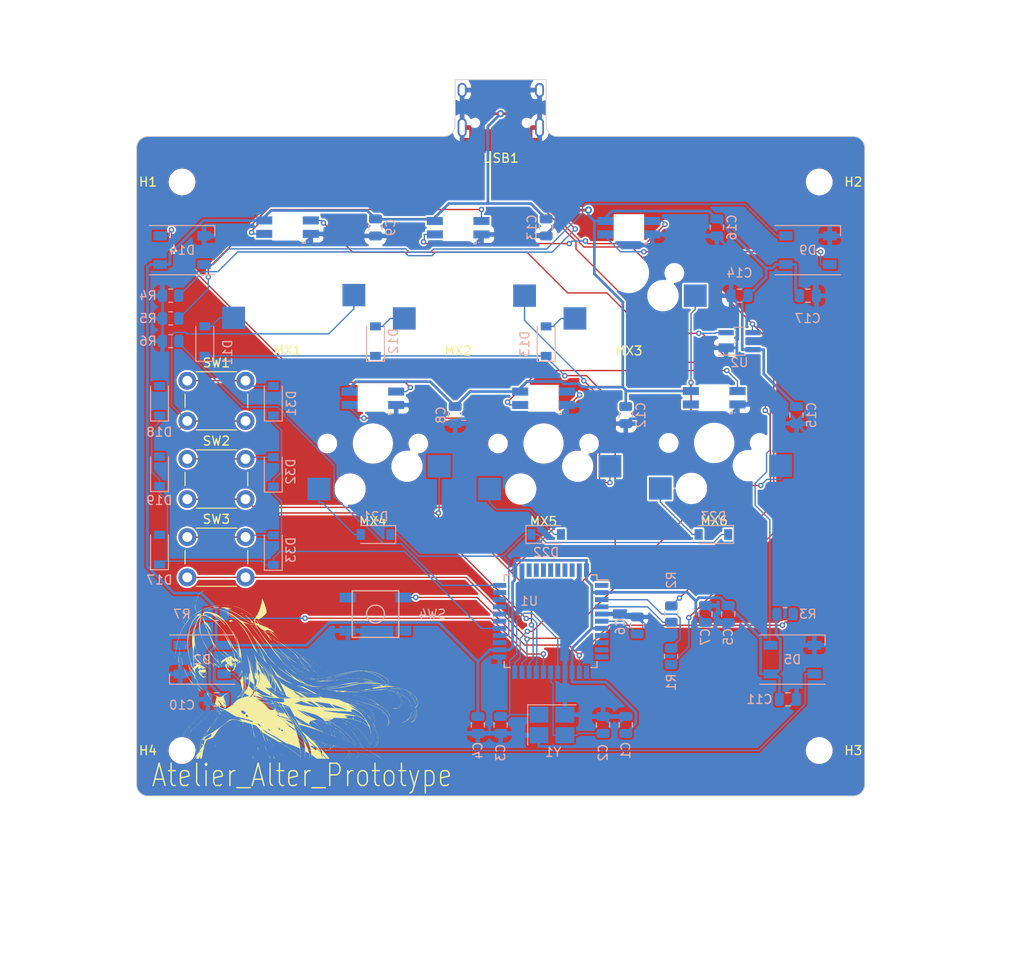
<source format=kicad_pcb>
(kicad_pcb (version 20211014) (generator pcbnew)
  (layers (0 "F.Cu" signal) (31 "B.Cu" signal) (34 "B.Paste" user) (35 "F.Paste" user) (36 "B.SilkS" user "B.Silkscreen") (37 "F.SilkS" user "F.Silkscreen") (38 "B.Mask" user) (39 "F.Mask" user) (44 "Edge.Cuts" user))
  (net 0 "")
  (net 1 "+5V")
  (net 2 "GND")
  (net 3 "Net-(C2-Pad2)")
  (net 4 "Net-(C3-Pad2)")
  (net 5 "ROW1")
  (net 6 "ROW2")
  (net 7 "Net-(D2-Pad2)")
  (net 8 "COL1")
  (net 9 "COL2")
  (net 10 "COL3")
  (net 11 "D-")
  (net 12 "Net-(R1-Pad2)")
  (net 13 "D+")
  (net 14 "Net-(R2-Pad2)")
  (net 15 "Net-(R3-Pad1)")
  (net 20 "D11")
  (net 26 "ROW3")
  (net 28 "Net-(D17-Pad2)")
  (net 29 "D12")
  (net 38 "D21")
  (net 39 "RGB")
  (net 40 "Net-(D18-Pad2)")
  (net 41 "Net-(D19-Pad2)")
  (net 45 "Net-(C6-Pad2)")
  (net 46 "Net-(D2-Pad4)")
  (net 47 "Net-(D11-Pad2)")
  (net 48 "Net-(D12-Pad2)")
  (net 49 "Net-(D13-Pad2)")
  (net 50 "Net-(R4-Pad2)")
  (net 51 "Net-(R5-Pad2)")
  (net 52 "Net-(R6-Pad1)")
  (net 53 "Net-(MX1-Pad3)")
  (net 54 "Net-(MX2-Pad3)")
  (net 55 "Net-(MX4-Pad3)")
  (net 56 "Net-(MX5-Pad3)")
  (net 58 "Net-(D21-Pad2)")
  (net 59 "Net-(D22-Pad2)")
  (net 60 "Net-(D23-Pad2)")
  (net 61 "Net-(D31-Pad2)")
  (net 62 "Net-(D32-Pad2)")
  (net 63 "Net-(D33-Pad2)")
  (net 64 "Net-(D9-Pad4)")
  (footprint "Cherry MX:Cherry-MX_PCB-Mounted_LTST-A683CEGBW_Kailh_Socket" (layer "F.Cu") (at 181.3176 95.1875 180)
    (fp_text reference "MX6")
    (fp_text value "Cherry_MX_Cherry_MX_RGB")
    (fp_poly (pts (xy 1.7 6.55) (xy -1.7 6.55) (xy -1.7 3.55) (xy 1.7 3.55)) (layer "Edge.Cuts") (width 0.01) (fill none))
  )
  (footprint "Button_Switch_THT:SW_PUSH_6mm_H9.5mm" (layer "F.Cu") (at 122.5052 96.9688)
    (fp_text reference "SW2")
    (fp_text value "SW_DPST")
  )
  (footprint "Cherry MX:Cherry-MX_PCB-Mounted_LTST-A683CEGBW_Kailh_Socket" (layer "F.Cu") (at 162.2676 95.25 180)
    (fp_text reference "MX5")
    (fp_text value "Cherry_MX_Cherry_MX_RGB")
    (fp_poly (pts (xy 1.7 6.55) (xy -1.7 6.55) (xy -1.7 3.55) (xy 1.7 3.55)) (layer "Edge.Cuts") (width 0.01) (fill none))
  )
  (footprint "Cherry MX:Cherry-MX_PCB-Mounted_LTST-A683CEGBW_Kailh_Socket" (layer "F.Cu") (at 143.2176 95.25 180)
    (fp_text reference "MX4")
    (fp_text value "Cherry_MX_Cherry_MX_RGB")
    (fp_poly (pts (xy 1.7 6.55) (xy -1.7 6.55) (xy -1.7 3.55) (xy 1.7 3.55)) (layer "Edge.Cuts") (width 0.01) (fill none))
  )
  (footprint "Button_Switch_THT:SW_PUSH_6mm_H9.5mm" (layer "F.Cu") (at 122.5051 105.7)
    (fp_text reference "SW3")
    (fp_text value "SW_DPST")
  )
  (footprint "MountingHole:MountingHole_2.5mm" (layer "F.Cu") (at 121.92 129.54)
    (fp_text reference "H4")
    (fp_text value "MountingHole")
  )
  (footprint "MountingHole:MountingHole_2.5mm" (layer "F.Cu") (at 193.04 66.04)
    (fp_text reference "H2")
    (fp_text value "MountingHole")
  )
  (footprint "Alter_Drawing" (layer "F.Cu") (at 134.571529 120.450472)
    (fp_text reference "Atorie'" hide)
    (fp_text value "LOGO" hide)
  )
  (footprint "Button_Switch_THT:SW_PUSH_6mm_H9.5mm" (layer "F.Cu") (at 122.5051 88.2375)
    (fp_text reference "SW1")
    (fp_text value "SW_DPST")
  )
  (footprint "MountingHole:MountingHole_2.5mm" (layer "F.Cu") (at 121.92 66.04)
    (fp_text reference "H1")
    (fp_text value "MountingHole")
  )
  (footprint "Cherry MX:Cherry-MX_PCB-Mounted_LTST-A683CEGBW_Kailh_Socket" (layer "F.Cu") (at 171.7926 76.2 180)
    (fp_text reference "MX3")
    (fp_text value "Cherry_MX_Cherry_MX_RGB")
    (fp_poly (pts (xy 1.7 6.55) (xy -1.7 6.55) (xy -1.7 3.55) (xy 1.7 3.55)) (layer "Edge.Cuts") (width 0.01) (fill none))
  )
  (footprint "Cherry MX:Cherry-MX_PCB-Mounted_LTST-A683CEGBW_Kailh_Socket" (layer "F.Cu") (at 133.6926 76.1375 180)
    (fp_text reference "MX1")
    (fp_text value "Cherry_MX_Cherry_MX_RGB")
    (fp_poly (pts (xy 1.7 6.55) (xy -1.7 6.55) (xy -1.7 3.55) (xy 1.7 3.55)) (layer "Edge.Cuts") (width 0.01) (fill none))
  )
  (footprint "Type-C:HRO-TYPE-C-31-M-12-HandSoldering" (layer "F.Cu") (at 157.5051 53.1813 180)
    (fp_text reference "USB1")
    (fp_text value "HRO-TYPE-C-31-M-12")
  )
  (footprint "MountingHole:MountingHole_2.5mm" (layer "F.Cu") (at 193.04 129.54)
    (fp_text reference "H3")
    (fp_text value "MountingHole")
  )
  (footprint "Cherry MX:Cherry-MX_PCB-Mounted_LTST-A683CEGBW_Kailh_Socket" (layer "F.Cu") (at 152.7426 76.2 180)
    (fp_text reference "MX2")
    (fp_text value "Cherry_MX_Cherry_MX_RGB")
    (fp_poly (pts (xy 1.7 6.55) (xy -1.7 6.55) (xy -1.7 3.55) (xy 1.7 3.55)) (layer "Edge.Cuts") (width 0.01) (fill none))
  )
  (footprint "LED_SMD:LED_SK6812_PLCC4_5.0x5.0mm_P3.2mm" (layer "B.Cu") (at 190.0489 119.38)
    (fp_text reference "D5")
    (fp_text value "SK6812")
  )
  (footprint "Package_QFP:TQFP-44_10x10mm_P0.8mm" (layer "B.Cu") (at 163.0614 115.0938 180)
    (fp_text reference "U1")
    (fp_text value "ATmega32U4-A")
  )
  (footprint "Capacitor_SMD:C_0805_2012Metric" (layer "B.Cu") (at 180.34 114.3 90)
    (fp_text reference "C7")
    (fp_text value "10uF")
  )
  (footprint "Capacitor_SMD:C_0805_2012Metric" (layer "B.Cu") (at 184.15 78.74 180)
    (fp_text reference "C14")
    (fp_text value "100nF")
  )
  (footprint "Resistor_SMD:R_0805_2012Metric" (layer "B.Cu") (at 120.65 78.74)
    (fp_text reference "R4")
    (fp_text value "5.1k")
  )
  (footprint "Capacitor_SMD:C_0805_2012Metric" (layer "B.Cu") (at 191.77 78.74)
    (fp_text reference "C17")
    (fp_text value "100nF")
  )
  (footprint "Resistor_SMD:R_0805_2012Metric" (layer "B.Cu") (at 125.73 114.3 180)
    (fp_text reference "R7")
    (fp_text value "300")
  )
  (footprint "Diode_SMD:D_SOD-123" (layer "B.Cu") (at 132.1051 107.1563 90)
    (fp_text reference "D33")
    (fp_text value "SOD-123")
  )
  (footprint "LED_SMD:LED_SK6812_PLCC4_5.0x5.0mm_P3.2mm" (layer "B.Cu") (at 121.92 73.66)
    (fp_text reference "D14")
    (fp_text value "SK6812")
  )
  (footprint "Resistor_SMD:R_0805_2012Metric" (layer "B.Cu") (at 176.51 119.0225 90)
    (fp_text reference "R1")
    (fp_text value "22")
  )
  (footprint "Diode_SMD:D_SOD-123" (layer "B.Cu") (at 162.56 83.82 90)
    (fp_text reference "D13")
    (fp_text value "SOD-123")
  )
  (footprint "Resistor_SMD:R_0805_2012Metric" (layer "B.Cu") (at 176.53 114.3 -90)
    (fp_text reference "R2")
    (fp_text value "22")
  )
  (footprint "Capacitor_SMD:C_0805_2012Metric" (layer "B.Cu") (at 143.51 71.12 90)
    (fp_text reference "C9")
    (fp_text value "100nF")
  )
  (footprint "Capacitor_SMD:C_0805_2012Metric" (layer "B.Cu") (at 190.5 92.075 90)
    (fp_text reference "C15")
    (fp_text value "100nF")
  )
  (footprint "Diode_SMD:D_SOD-123" (layer "B.Cu") (at 119.4051 107.0938 90)
    (fp_text reference "D17")
    (fp_text value "SOD-123")
  )
  (footprint "Capacitor_SMD:C_0805_2012Metric" (layer "B.Cu") (at 182.88 114.3 -90)
    (fp_text reference "C5")
    (fp_text value "0.1uF")
  )
  (footprint "LED_SMD:LED_SK6812_PLCC4_5.0x5.0mm_P3.2mm" (layer "B.Cu") (at 191.77 73.66)
    (fp_text reference "D9")
    (fp_text value "SK6812")
  )
  (footprint "Capacitor_SMD:C_0805_2012Metric" (layer "B.Cu") (at 172.72 115.57 -90)
    (fp_text reference "C6")
    (fp_text value "1uF")
  )
  (footprint "Capacitor_SMD:C_0805_2012Metric" (layer "B.Cu") (at 154.94 126.68 -90)
    (fp_text reference "C4")
    (fp_text value "0.1uF")
  )
  (footprint "Diode_SMD:D_SOD-123" (layer "B.Cu") (at 132.1051 90.4875 90)
    (fp_text reference "D31")
    (fp_text value "SOD-123")
  )
  (footprint "Resistor_SMD:R_0805_2012Metric" (layer "B.Cu") (at 120.65 83.82 180)
    (fp_text reference "R6")
    (fp_text value "10k")
  )
  (footprint "Diode_SMD:D_SOD-123" (layer "B.Cu") (at 119.4051 98.3626 90)
    (fp_text reference "D19")
    (fp_text value "SOD-123")
  )
  (footprint "Capacitor_SMD:C_0805_2012Metric" (layer "B.Cu") (at 152.4 92.075 90)
    (fp_text reference "C8")
    (fp_text value "100nF")
  )
  (footprint "LED_SMD:LED_SK6812_PLCC4_5.0x5.0mm_P3.2mm" (layer "B.Cu") (at 124.1676 119.38 180)
    (fp_text reference "D2")
    (fp_text value "SK6812")
  )
  (footprint "Capacitor_SMD:C_0805_2012Metric" (layer "B.Cu") (at 189.55 123.825)
    (fp_text reference "C11")
    (fp_text value "100nF")
  )
  (footprint "Diode_SMD:D_SOD-123" (layer "B.Cu") (at 162.56 105.41)
    (fp_text reference "D22")
    (fp_text value "SOD-123")
  )
  (footprint "Capacitor_SMD:C_0805_2012Metric" (layer "B.Cu") (at 162.56 71.12 90)
    (fp_text reference "C13")
    (fp_text value "100nF")
  )
  (footprint "Diode_SMD:D_SOD-123" (layer "B.Cu") (at 124.46 83.82 90)
    (fp_text reference "D11")
    (fp_text value "SOD-123")
  )
  (footprint "Resistor_SMD:R_0805_2012Metric" (layer "B.Cu") (at 120.65 81.28)
    (fp_text reference "R5")
    (fp_text value "5.1k")
  )
  (footprint "Capacitor_SMD:C_0805_2012Metric" (layer "B.Cu") (at 171.45 126.68 90)
    (fp_text reference "C1")
    (fp_text value "0.1uF")
  )
  (footprint "Capacitor_SMD:C_0805_2012Metric" (layer "B.Cu") (at 125.7551 123.825 180)
    (fp_text reference "C10")
    (fp_text value "100nF")
  )
  (footprint "Crystal:Crystal_SMD_3225-4Pin_3.2x2.5mm_HandSoldering" (layer "B.Cu") (at 163.1989 126.68)
    (fp_text reference "Y1")
    (fp_text value "16Mhz")
  )
  (footprint "Diode_SMD:D_SOD-123" (layer "B.Cu") (at 119.4051 90.4875 90)
    (fp_text reference "D18")
    (fp_text value "SOD-123")
  )
  (footprint "Diode_SMD:D_SOD-123" (layer "B.Cu") (at 181.23 105.41 180)
    (fp_text reference "D23")
    (fp_text value "SOD-123")
  )
  (footprint "Diode_SMD:D_SOD-123" (layer "B.Cu") (at 143.51 83.82 90)
    (fp_text reference "D12")
    (fp_text value "SOD-123")
  )
  (footprint "random-keyboard-parts:SKQG-1155865" (layer "B.Cu") (at 143.51 114.3 180)
    (fp_text reference "SW4")
    (fp_text value "RESET")
  )
  (footprint "Resistor_SMD:R_0805_2012Metric" (layer "B.Cu") (at 189.23 114.3 180)
    (fp_text reference "R3")
    (fp_text value "10k")
  )
  (footprint "Package_TO_SOT_SMD:SOT-143_Handsoldering" (layer "B.Cu") (at 184.15 83.82)
    (fp_text reference "U2")
    (fp_text value "PRTR5V0U2X")
  )
  (footprint "Capacitor_SMD:C_0805_2012Metric" (layer "B.Cu") (at 181.61 71.12 90)
    (fp_text reference "C16")
    (fp_text value "100nF")
  )
  (footprint "Capacitor_SMD:C_0805_2012Metric" (layer "B.Cu") (at 171.45 92.075 90)
    (fp_text reference "C12")
    (fp_text value "100nF")
  )
  (footprint "Diode_SMD:D_SOD-123" (layer "B.Cu") (at 132.1051 98.425 90)
    (fp_text reference "D32")
    (fp_text value "SOD-123")
  )
  (footprint "Capacitor_SMD:C_0805_2012Metric" (layer "B.Cu") (at 168.91 126.68 -90)
    (fp_text reference "C2")
    (fp_text value "22pF")
  )
  (footprint "Capacitor_SMD:C_0805_2012Metric" (layer "B.Cu") (at 157.48 126.68 90)
    (fp_text reference "C3")
    (fp_text value "22pF")
  )
  (footprint "Diode_SMD:D_SOD-123" (layer "B.Cu") (at 143.51 105.41 180)
    (fp_text reference "D21")
    (fp_text value "SOD-123")
  )
  (gr_line (start 163.8551 60.96) (end 196.85 60.96) (layer "Edge.Cuts") (width 0.1))
  (gr_line (start 152.4 54.61) (end 162.56 54.61) (layer "Edge.Cuts") (width 0.1))
  (gr_line (start 198.12 62.23) (end 198.12 133.35005) (layer "Edge.Cuts") (width 0.1))
  (gr_arc (start 198.12 133.35005) (mid 197.748008 134.248043) (end 196.85 134.62) (layer "Edge.Cuts") (width 0.1))
  (gr_line (start 118.11 134.62) (end 196.85 134.62) (layer "Edge.Cuts") (width 0.1))
  (gr_line (start 118.11 60.96) (end 151.13 60.96) (layer "Edge.Cuts") (width 0.1))
  (gr_arc (start 196.85 60.96) (mid 197.748026 61.331974) (end 198.12 62.23) (layer "Edge.Cuts") (width 0.1))
  (gr_line (start 152.4 54.61) (end 152.4 59.69) (layer "Edge.Cuts") (width 0.1))
  (gr_arc (start 163.8551 60.96) (mid 162.940717 60.597032) (end 162.559752 59.69) (layer "Edge.Cuts") (width 0.1))
  (gr_arc (start 118.11 134.62) (mid 117.211974 134.248026) (end 116.84 133.35) (layer "Edge.Cuts") (width 0.1))
  (gr_line (start 116.84 133.35) (end 116.84 62.23) (layer "Edge.Cuts") (width 0.1))
  (gr_arc (start 116.84 62.23) (mid 117.211974 61.331974) (end 118.11 60.96) (layer "Edge.Cuts") (width 0.1))
  (gr_line (start 162.56 54.61) (end 162.56 59.69) (layer "Edge.Cuts") (width 0.1))
  (gr_arc (start 152.4 59.69) (mid 152.028026 60.588026) (end 151.13 60.96) (layer "Edge.Cuts") (width 0.1))
  (gr_text "Atelier_Alter_Prototype" (at 135.314484 132.302375) (layer "F.SilkS") (effects (font (size 2.5 2))))
  (segment (start 159.9551 61.3763) (end 159.9551 62.9516) (width 0.3) (layer "F.Cu") (net 1))
  (segment (start 156.765 58.42) (end 155.0551 60.1299) (width 0.3) (layer "F.Cu") (net 1))
  (segment (start 159.9551 60.015929) (end 159.9551 61.3763) (width 0.3) (layer "F.Cu") (net 1))
  (segment (start 159.670579 59.731408) (end 159.9551 60.015929) (width 0.3) (layer "F.Cu") (net 1))
  (segment (start 158.75 58.42) (end 159.670579 59.340579) (width 0.3) (layer "F.Cu") (net 1))
  (segment (start 166.1856 69.1821) (end 159.9551 62.9516) (width 0.3) (layer "F.Cu") (net 1))
  (segment (start 157.48 58.42) (end 158.75 58.42) (width 0.3) (layer "F.Cu") (net 1))
  (segment (start 167.2802 69.1821) (end 166.1856 69.1821) (width 0.3) (layer "F.Cu") (net 1))
  (segment (start 159.670579 59.340579) (end 159.670579 59.731408) (width 0.3) (layer "F.Cu") (net 1))
  (segment (start 155.0551 60.1299) (end 155.0551 61.3763) (width 0.3) (layer "F.Cu") (net 1))
  (segment (start 157.48 58.42) (end 156.765 58.42) (width 0.3) (layer "F.Cu") (net 1))
  (via (at 157.48 58.42) (size 0.8) (drill 0.4) (layers "F.Cu" "B.Cu") (net 1))
  (via (at 167.2802 69.1821) (size 0.8) (drill 0.4) (layers "F.Cu" "B.Cu") (net 1))
  (segment (start 126.6176 117.78) (end 125.73 117.78) (width 0.3) (layer "B.Cu") (net 1))
  (segment (start 188.6993 120.4298) (end 188.1491 120.98) (width 0.3) (layer "B.Cu") (net 1))
  (segment (start 118.0527 75.577) (end 118.0527 108.9699) (width 0.3) (layer "B.Cu") (net 1))
  (segment (start 158.4617 118.2938) (end 158.8121 117.9434) (width 0.3) (layer "B.Cu") (net 1))
  (segment (start 167.0614 109.3938) (end 167.0614 108.2935) (width 0.3) (layer "B.Cu") (net 1))
  (segment (start 186.8503 84.77) (end 186.8503 87.4753) (width 0.3) (layer "B.Cu") (net 1))
  (segment (start 157.3614 118.2938) (end 158.4617 118.2938) (width 0.3) (layer "B.Cu") (net 1))
  (segment (start 156.0601 68.4482) (end 156.0601 59.8399) (width 0.3) (layer "B.Cu") (net 1))
  (segment (start 168.7614 115.8938) (end 167.7862 115.8938) (width 0.3) (layer "B.Cu") (net 1))
  (segment (start 167.6611 111.8938) (end 167.6611 111.0938) (width 0.3) (layer "B.Cu") (net 1))
  (segment (start 118.0527 108.9699) (end 121.0365 111.9537) (width 0.3) (layer "B.Cu") (net 1))
  (segment (start 172.576 125.2766) (end 169.1935 121.8941) (width 0.3) (layer "B.Cu") (net 1))
  (segment (start 167.2802 69.7379) (end 167.2802 69.1821) (width 0.3) (layer "B.Cu") (net 1))
  (segment (start 167.6611 115.8937) (end 167.6611 111.8938) (width 0.3) (layer "B.Cu") (net 1))
  (segment (start 165.4614 118.0936) (end 165.4614 120.7938) (width 0.3) (layer "B.Cu") (net 1))
  (segment (start 169.1935 121.8941) (end 165.4614 121.8941) (width 0.3) (layer "B.Cu") (net 1))
  (segment (start 141.3433 88.3414) (end 140.6176 89.0671) (width 0.3) (layer "B.Cu") (net 1))
  (segment (start 160.8382 68.4482) (end 156.0601 68.4482) (width 0.3) (layer "B.Cu") (net 1))
  (segment (start 158.8121 117.9434) (end 158.8121 110.7434) (width 0.3) (layer "B.Cu") (net 1))
  (segment (start 167.6612 115.8938) (end 167.6611 115.8937) (width 0.3) (layer "B.Cu") (net 1))
  (segment (start 172.576 126.504) (end 172.576 125.2766) (width 0.3) (layer "B.Cu") (net 1))
  (segment (start 156.2609 118.2938) (end 157.3614 118.2938) (width 0.3) (layer "B.Cu") (net 1))
  (segment (start 125.73 117.78) (end 124.9953 118.5147) (width 0.3) (layer "B.Cu") (net 1))
  (segment (start 131.0926 70.3375) (end 124.3177 70.3375) (width 0.3) (layer "B.Cu") (net 1))
  (segment (start 188.6993 117.0839) (end 188.6993 120.4298) (width 0.3) (layer "B.Cu") (net 1))
  (segment (start 179.2636 112.836) (end 179.2636 114.1736) (width 0.3) (layer "B.Cu") (net 1))
  (segment (start 185.1 78.74) (end 184.4497 79.3903) (width 0.3) (layer "B.Cu") (net 1))
  (segment (start 167.9423 76.2891) (end 167.9423 70.4) (width 0.3) (layer "B.Cu") (net 1))
  (segment (start 187.5989 120.98) (end 186.4986 120.98) (width 0.3) (layer "B.Cu") (net 1))
  (segment (start 158.8121 110.7434) (end 159.0614 110.4941) (width 0.3) (layer "B.Cu") (net 1))
  (segment (start 184.4497 79.3903) (end 184.4497 84.77) (width 0.3) (layer "B.Cu") (net 1))
  (segment (start 154.94 119.6147) (end 154.94 125.73) (width 0.3) (layer "B.Cu") (net 1))
  (segment (start 188.2393 114.3782) (end 188.2393 116.6239) (width 0.3) (layer "B.Cu") (net 1))
  (segment (start 149.6164 88.3414) (end 141.3433 88.3414) (width 0.3) (layer "B.Cu") (net 1))
  (segment (start 159.0614 108.2935) (end 167.0614 108.2935) (width 0.3) (layer "B.Cu") (net 1))
  (segment (start 142.5669 69.2269) (end 143.51 70.17) (width 0.3) (layer "B.Cu") (net 1))
  (segment (start 167.6612 115.8938) (end 165.4614 118.0936) (width 0.3) (layer "B.Cu") (net 1))
  (segment (start 168.2113 111.8938) (end 167.6611 111.8938) (width 0.3) (layer "B.Cu") (net 1))
  (segment (start 171.45 127.63) (end 172.576 126.504) (width 0.3) (layer "B.Cu") (net 1))
  (segment (start 188.3175 114.3) (end 188.2393 114.3782) (width 0.3) (layer "B.Cu") (net 1))
  (segment (start 119.47 75.26) (end 120.5703 75.26) (width 0.3) (layer "B.Cu") (net 1))
  (segment (start 182.0056 112.4756) (end 179.624 112.4756) (width 0.3) (layer "B.Cu") (net 1))
  (segment (start 124.3177 70.3375) (end 120.5703 74.0849) (width 0.3) (layer "B.Cu") (net 1))
  (segment (start 149.9472 70.2047) (end 149.9473 70.2046) (width 0.3) (layer "B.Cu") (net 1))
  (segment (start 188.6 121.4309) (end 188.6 123.825) (width 0.3) (layer "B.Cu") (net 1))
  (segment (start 159.6676 89.0765) (end 160.4233 88.3208) (width 0.3) (layer "B.Cu") (net 1))
  (segment (start 169.1926 70.4) (end 167.9423 70.4) (width 0.3) (layer "B.Cu") (net 1))
  (segment (start 188.1491 120.98) (end 188.6 121.4309) (width 0.3) (layer "B.Cu") (net 1))
  (segment (start 154.075 89.45) (end 159.6676 89.45) (width 0.3) (layer "B.Cu") (net 1))
  (segment (start 178.2914 111.8638) (end 169.8917 111.8638) (width 0.3) (layer "B.Cu") (net 1))
  (segment (start 156.0601 59.8399) (end 157.48 58.42) (width 0.3) (layer "B.Cu") (net 1))
  (segment (start 166.1783 88.5696) (end 166.5666 88.9579) (width 0.3) (layer "B.Cu") (net 1))
  (segment (start 182.88 113.35) (end 182.0056 112.4756) (width 0.3) (layer "B.Cu") (net 1))
  (segment (start 187.8136 75.6661) (end 188.2197 75.26) (width 0.3) (layer "B.Cu") (net 1))
  (segment (start 179.2636 112.836) (end 178.2914 111.8638) (width 0.3) (layer "B.Cu") (net 1))
  (segment (start 169.1926 70.0093) (end 169.9091 69.2928) (width 0.3) (layer "B.Cu") (net 1))
  (segment (start 118.3697 75.26) (end 118.0527 75.577) (width 0.3) (layer "B.Cu") (net 1))
  (segment (start 185.65 84.77) (end 186.8503 84.77) (width 0.3) (layer "B.Cu") (net 1))
  (segment (start 181.61 70.17) (end 187.1061 75.6661) (width 0.3) (layer "B.Cu") (net 1))
  (segment (start 171.1201 88.9579) (end 171.1201 79.4669) (width 0.3) (layer "B.Cu") (net 1))
  (segment (start 187.5989 120.98) (end 188.1491 120.98) (width 0.3) (layer "B.Cu") (net 1))
  (segment (start 187.1061 75.6661) (end 187.8136 75.6661) (width 0.3) (layer "B.Cu") (net 1))
  (segment (start 189.32 75.26) (end 190.4203 75.26) (width 0.3) (layer "B.Cu") (net 1))
  (segment (start 169.1926 70.4) (end 169.1926 70.0093) (width 0.3) (layer "B.Cu") (net 1))
  (segment (start 169.8917 111.8638) (end 169.8617 111.8938) (width 0.3) (layer "B.Cu") (net 1))
  (segment (start 186.4986 116.9686) (end 182.88 113.35) (width 0.3) (layer "B.Cu") (net 1))
  (segment (start 167.7862 115.8938) (end 167.6612 115.8938) (width 0.3) (layer "B.Cu") (net 1))
  (segment (start 159.6676 89.45) (end 159.6676 89.0765) (width 0.3) (layer "B.Cu") (net 1))
  (segment (start 149.9473 70.2046) (end 150.1426 70.4) (width 0.3) (layer "B.Cu") (net 1))
  (segment (start 185.65 84.77) (end 184.4497 84.77) (width 0.3) (layer "B.Cu") (net 1))
  (segment (start 179.624 112.4756) (end 179.2636 112.836) (width 0.3) (layer "B.Cu") (net 1))
  (segment (start 188.2393 116.6239) (end 188.6993 117.0839) (width 0.3) (layer "B.Cu") (net 1))
  (segment (start 120.5703 74.0849) (end 120.5703 75.26) (width 0.3) (layer "B.Cu") (net 1))
  (segment (start 180.7328 69.2928) (end 181.61 70.17) (width 0.3) (layer "B.Cu") (net 1))
  (segment (start 160.4233 88.3208) (end 164.2802 88.3208) (width 0.3) (layer "B.Cu") (net 1))
  (segment (start 169.9091 69.2928) (end 180.7328 69.2928) (width 0.3) (layer "B.Cu") (net 1))
  (segment (start 187.1061 76.7339) (end 185.1 78.74) (width 0.3) (layer "B.Cu") (net 1))
  (segment (start 150.5749 115.2496) (end 138.3282 115.2496) (width 0.3) (layer "B.Cu") (net 1))
  (segment (start 164.2802 88.3208) (end 164.529 88.5696) (width 0.3) (layer "B.Cu") (net 1))
  (segment (start 143.51 70.17) (end 143.5447 70.2047) (width 0.3) (layer "B.Cu") (net 1))
  (segment (start 165.4614 120.7938) (end 165.4614 121.8941) (width 0.3) (layer "B.Cu") (net 1))
  (segment (start 166.5666 88.9579) (end 171.1201 88.9579) (width 0.3) (layer "B.Cu") (net 1))
  (segment (start 190.82 78.74) (end 190.4203 78.3403) (width 0.3) (layer "B.Cu") (net 1))
  (segment (start 171.1201 79.4669) (end 167.9423 76.2891) (width 0.3) (layer "B.Cu") (net 1))
  (segment (start 190.4203 78.3403) (end 190.4203 75.26) (width 0.3) (layer "B.Cu") (net 1))
  (segment (start 154.94 119.6147) (end 156.2609 118.2938) (width 0.3) (layer "B.Cu") (net 1))
  (segment (start 143.5447 70.2047) (end 149.9472 70.2047) (width 0.3) (layer "B.Cu") (net 1))
  (segment (start 121.0365 111.9537) (end 124.0391 111.9537) (width 0.3) (layer "B.Cu") (net 1))
  (segment (start 162.56 70.17) (end 160.8382 68.4482) (width 0.3) (layer "B.Cu") (net 1))
  (segment (start 152.4 91.125) (end 149.6164 88.3414) (width 0.3) (layer "B.Cu") (net 1))
  (segment (start 124.9953 122.1152) (end 126.7051 123.825) (width 0.3) (layer "B.Cu") (net 1))
  (segment (start 186.8503 87.4753) (end 190.5 91.125) (width 0.3) (layer "B.Cu") (net 1))
  (segment (start 177.4673 89.3875) (end 171.45 89.3875) (width 0.3) (layer "B.Cu") (net 1))
  (segment (start 140.6176 89.0671) (end 140.6176 89.45) (width 0.3) (layer "B.Cu") (net 1))
  (segment (start 131.8489 69.2269) (end 142.5669 69.2269) (width 0.3) (layer "B.Cu") (net 1))
  (segment (start 167.0614 109.3938) (end 167.0614 110.4941) (width 0.3) (layer "B.Cu") (net 1))
  (segment (start 179.2636 114.1736) (end 180.34 115.25) (width 0.3) (layer "B.Cu") (net 1))
  (segment (start 171.1201 88.9579) (end 171.45 89.2878) (width 0.3) (layer "B.Cu") (net 1))
  (segment (start 131.0926 70.3375) (end 131.0926 69.9832) (width 0.3) (layer "B.Cu") (net 1))
  (segment (start 171.45 89.2878) (end 171.45 89.3875) (width 0.3) (layer "B.Cu") (net 1))
  (segment (start 135.7978 117.78) (end 126.6176 117.78) (width 0.3) (layer "B.Cu") (net 1))
  (segment (start 119.47 75.26) (end 118.3697 75.26) (width 0.3) (layer "B.Cu") (net 1))
  (segment (start 187.1061 75.6661) (end 187.1061 76.7339) (width 0.3) (layer "B.Cu") (net 1))
  (segment (start 167.6611 111.0938) (end 167.0614 110.4941) (width 0.3) (layer "B.Cu") (net 1))
  (segment (start 138.3282 115.2496) (end 135.7978 117.78) (width 0.3) (layer "B.Cu") (net 1))
  (segment (start 125.73 113.6446) (end 125.73 117.78) (width 0.3) (layer "B.Cu") (net 1))
  (segment (start 124.0391 111.9537) (end 125.73 113.6446) (width 0.3) (layer "B.Cu") (net 1))
  (segment (start 167.9423 70.4) (end 167.2802 69.7379) (width 0.3) (layer "B.Cu") (net 1))
  (segment (start 156.0601 68.4482) (end 151.7037 68.4482) (width 0.3) (layer "B.Cu") (net 1))
  (segment (start 159.0614 109.3938) (end 159.0614 108.2935) (width 0.3) (layer "B.Cu") (net 1))
  (segment (start 178.7176 89.3875) (end 177.4673 89.3875) (width 0.3) (layer "B.Cu") (net 1))
  (segment (start 186.4986 120.98) (end 186.4986 116.9686) (width 0.3) (layer "B.Cu") (net 1))
  (segment (start 152.4 91.125) (end 154.075 89.45) (width 0.3) (layer "B.Cu") (net 1))
  (segment (start 168.7614 111.8938) (end 169.8617 111.8938) (width 0.3) (layer "B.Cu") (net 1))
  (segment (start 189.32 75.26) (end 188.2197 75.26) (width 0.3) (layer "B.Cu") (net 1))
  (segment (start 151.7037 68.4482) (end 149.9473 70.2046) (width 0.3) (layer "B.Cu") (net 1))
  (segment (start 159.0614 109.3938) (end 159.0614 110.4941) (width 0.3) (layer "B.Cu") (net 1))
  (segment (start 171.45 89.3875) (end 171.45 91.125) (width 0.3) (layer "B.Cu") (net 1))
  (segment (start 168.2113 111.8938) (end 168.7614 111.8938) (width 0.3) (layer "B.Cu") (net 1))
  (segment (start 154.94 119.6147) (end 150.5749 115.2496) (width 0.3) (layer "B.Cu") (net 1))
  (segment (start 131.0926 69.9832) (end 131.8489 69.2269) (width 0.3) (layer "B.Cu") (net 1))
  (segment (start 124.9953 118.5147) (end 124.9953 122.1152) (width 0.3) (layer "B.Cu") (net 1))
  (segment (start 164.529 88.5696) (end 166.1783 88.5696) (width 0.3) (layer "B.Cu") (net 1))
  (segment (start 160.7448 61.3616) (end 160.7301 61.3763) (width 0.3) (layer "F.Cu") (net 2))
  (segment (start 153.1851 61.3616) (end 154.2654 61.3616) (width 0.3) (layer "F.Cu") (net 2))
  (segment (start 161.8251 59.9613) (end 161.8251 61.3616) (width 0.3) (layer "F.Cu") (net 2))
  (segment (start 153.1851 59.9613) (end 153.1851 61.3616) (width 0.3) (layer "F.Cu") (net 2))
  (segment (start 154.2654 61.3616) (end 154.2801 61.3763) (width 0.3) (layer "F.Cu") (net 2))
  (segment (start 161.8251 61.3616) (end 160.7448 61.3616) (width 0.3) (layer "F.Cu") (net 2))
  (segment (start 155.3426 71.9) (end 155.3426 72.252) (width 0.3) (layer "B.Cu") (net 2))
  (segment (start 119.7375 83.82) (end 119.7375 81.28) (width 0.3) (layer "B.Cu") (net 2))
  (segment (start 183.2 78.74) (end 183.8503 79.3903) (width 0.3) (layer "B.Cu") (net 2))
  (segment (start 161.8251 61.3616) (end 161.8251 65.9345) (width 0.3) (layer "B.Cu") (net 2))
  (segment (start 145.8176 90.95) (end 147.0679 90.95) (width 0.3) (layer "B.Cu") (net 2))
  (segment (start 192.6083 90.6605) (end 192.6083 78.74) (width 0.3) (layer "B.Cu") (net 2))
  (segment (start 157.48 127.63) (end 160.1486 127.63) (width 0.3) (layer "B.Cu") (net 2))
  (segment (start 190.5 92.7688) (end 192.6083 90.6605) (width 0.3) (layer "B.Cu") (net 2))
  (segment (start 161.8251 56.9316) (end 161.8251 59.9613) (width 0.3) (layer "B.Cu") (net 2))
  (segment (start 172.3938 114.2938) (end 172.72 114.62) (width 0.3) (layer "B.Cu") (net 2))
  (segment (start 164.6489 125.53) (end 164.6489 124.2797) (width 0.3) (layer "B.Cu") (net 2))
  (segment (start 168.7614 114.2938) (end 172.3938 114.2938) (width 0.3) (layer "B.Cu") (net 2))
  (segment (start 182.3978 115.7322) (end 182.56 115.57) (width 0.3) (layer "B.Cu") (net 2))
  (segment (start 182.3978 119.2419) (end 182.3978 115.7322) (width 0.3) (layer "B.Cu") (net 2))
  (segment (start 156.2611 127.63) (end 156.2611 119.0938) (width 0.3) (layer "B.Cu") (net 2))
  (segment (start 194.22 72.06) (end 193.1197 72.06) (width 0.3) (layer "B.Cu") (net 2))
  (segment (start 164.6489 125.53) (end 166.0492 125.53) (width 0.3) (layer "B.Cu") (net 2))
  (segment (start 185.1679 88.6244) (end 183.8503 87.3068) (width 0.3) (layer "B.Cu") (net 2))
  (segment (start 192.4966 72.6831) (end 193.1197 72.06) (width 0.3) (layer "B.Cu") (net 2))
  (segment (start 182.671 92.4839) (end 183.9176 91.2373) (width 0.3) (layer "B.Cu") (net 2))
  (segment (start 125.5173 120.3321) (end 125.5173 121.6251) (width 0.3) (layer "B.Cu") (net 2))
  (segment (start 163.7413 92.475) (end 164.8676 91.3487) (width 0.3) (layer "B.Cu") (net 2))
  (segment (start 154.491 73.1036) (end 149.4147 73.1036) (width 0.3) (layer "B.Cu") (net 2))
  (segment (start 175.1777 117.0777) (end 172.72 114.62) (width 0.3) (layer "B.Cu") (net 2))
  (segment (start 157.3614 119.0938) (end 156.2611 119.0938) (width 0.3) (layer "B.Cu") (net 2))
  (segment (start 190.5 93.025) (end 190.5 92.7688) (width 0.3) (layer "B.Cu") (net 2))
  (segment (start 169.9864 126.8064) (end 170.0456 126.8656) (width 0.3) (layer "B.Cu") (net 2))
  (segment (start 153.1851 59.9613) (end 153.1851 56.9316) (width 0.3) (layer "B.Cu") (net 2))
  (segment (start 161.8251 56.9316) (end 153.1851 56.9316) (width 0.3) (layer "B.Cu") (net 2))
  (segment (start 162.56 71.9) (end 162.56 72.07) (width 0.3) (layer "B.Cu") (net 2))
  (segment (start 191.3986 93.9236) (end 191.3986 117.78) (width 0.3) (layer "B.Cu") (net 2))
  (segment (start 192.4966 78.6283) (end 192.4966 72.6831) (width 0.3) (layer "B.Cu") (net 2))
  (segment (start 182.3978 119.2419) (end 180.832 120.8077) (width 0.3) (layer "B.Cu") (net 2))
  (segment (start 170.0456 128.0764) (end 169.9864 128.1356) (width 0.3) (layer "B.Cu") (net 2))
  (segment (start 127.2449 124.9329) (end 125.913 124.9329) (width 0.3) (layer "B.Cu") (net 2))
  (segment (start 180.832 120.8077) (end 175.1777 120.8077) (width 0.3) (layer "B.Cu") (net 2))
  (segment (start 169.0417 129.0803) (end 161.7489 129.0803) (width 0.3) (layer "B.Cu") (net 2))
  (segment (start 125.7225 121.8303) (end 126.3047 121.8303) (width 0.3) (layer "B.Cu") (net 2))
  (segment (start 171.45 93.025) (end 168.1929 93.025) (width 0.3) (layer "B.Cu") (net 2))
  (segment (start 146.0613 72.07) (end 143.51 72.07) (width 0.3) (layer "B.Cu") (net 2))
  (segment (start 149.4147 73.1036) (end 149.0644 73.4539) (width 0.3) (layer "B.Cu") (net 2))
  (segment (start 124.8051 122.9672) (end 122.8179 120.98) (width 0.3) (layer "B.Cu") (net 2))
  (segment (start 155.3426 72.252) (end 154.491 73.1036) (width 0.3) (layer "B.Cu") (net 2))
  (segment (start 188.0585 124.9026) (end 182.3978 119.2419) (width 0.3) (layer "B.Cu") (net 2))
  (segment (start 170.0456 126.8656) (end 170.0456 128.0764) (width 0.3) (layer "B.Cu") (net 2))
  (segment (start 139.1597 116.15) (end 135.5046 119.8051) (width 0.3) (layer "B.Cu") (net 2))
  (segment (start 175.1777 125.5882) (end 172.2414 128.5245) (width 0.3) (layer "B.Cu") (net 2))
  (segment (start 153.1403 127.63) (end 141.6603 116.15) (width 0.3) (layer "B.Cu") (net 2))
  (segment (start 170.3753 128.5245) (end 169.9864 128.1356) (width 0.3) (layer "B.Cu") (net 2))
  (segment (start 192.4966 72.6831) (end 187.895 68.0815) (width 0.3) (layer "B.Cu") (net 2))
  (segment (start 183.9176 90.8875) (end 185.1679 90.8875) (width 0.3) (layer "B.Cu") (net 2))
  (segment (start 169.9864 126.8064) (end 170.3736 126.8064) (width 0.3) (layer "B.Cu") (net 2))
  (segment (start 162.56 71.9) (end 156.5929 71.9) (width 0.3) (layer "B.Cu") (net 2))
  (segment (start 192.4989 117.78) (end 191.3986 117.78) (width 0.3) (layer "B.Cu") (net 2))
  (segment (start 166.2614 110.2084) (end 164.6614 111.8084) (width 0.3) (layer "B.Cu") (net 2))
  (segment (start 166.2614 109.3938) (end 166.2614 110.2084) (width 0.3) (layer "B.Cu") (net 2))
  (segment (start 181.61 72.07) (end 175.8129 72.07) (width 0.3) (layer "B.Cu") (net 2))
  (segment (start 183.8503 79.3903) (end 183.8503 84.57) (width 0.3) (layer "B.Cu") (net 2))
  (segment (start 163.9721 70.4879) (end 162.56 71.9) (width 0.3) (layer "B.Cu") (net 2))
  (segment (start 119.7375 77.6445) (end 124.37 73.012) (width 0.3) (layer "B.Cu") (net 2))
  (segment (start 121.7176 120.98) (end 122.8179 120.98) (width 0.3) (layer "B.Cu") (net 2))
  (segment (start 152.4 93.025) (end 149.1429 93.025) (width 0.3) (layer "B.Cu") (net 2))
  (segment (start 140.41 116.15) (end 139.1597 116.15) (width 0.3) (layer "B.Cu") (net 2))
  (segment (start 140.41 116.15) (end 141.6603 116.15) (width 0.3) (layer "B.Cu") (net 2))
  (segment (start 190.5 123.825) (end 189.4224 124.9026) (width 0.3) (layer "B.Cu") (net 2))
  (segment (start 136.2926 72.2283) (end 136.2926 71.8375) (width 0.3) (layer "B.Cu") (net 2))
  (segment (start 166.2492 125.73) (end 168.91 125.73) (width 0.3) (layer "B.Cu") (net 2))
  (segment (start 160.1486 127.63) (end 160.3486 127.83) (width 0.3) (layer "B.Cu") (net 2))
  (segment (start 187.895 68.0815) (end 163.9721 68.0815) (width 0.3) (layer "B.Cu") (net 2))
  (segment (start 164.6614 124.2672) (end 164.6489 124.2797) (width 0.3) (layer "B.Cu") (net 2))
  (segment (start 126.0443 119.8051) (end 125.5173 120.3321) (width 0.3) (layer "B.Cu") (net 2))
  (segment (start 185.1679 90.8875) (end 185.1679 88.6244) (width 0.3) (layer "B.Cu") (net 2))
  (segment (start 163.9721 68.0815) (end 163.9721 70.4879) (width 0.3) (layer "B.Cu") (net 2))
  (segment (start 192.72 78.74) (end 192.6083 78.74) (width 0.3) (layer "B.Cu") (net 2))
  (segment (start 181.61 72.07) (end 183.2 73.66) (width 0.3) (layer "B.Cu") (net 2))
  (segment (start 183.8503 87.3068) (end 183.8503 84.57) (width 0.3) (layer "B.Cu") (net 2))
  (segment (start 161.7489 127.83) (end 160.3486 127.83) (width 0.3) (layer "B.Cu") (net 2))
  (segment (start 127.589 124.5888) (end 127.2449 124.9329) (width 0.3) (layer "B.Cu") (net 2))
  (segment (start 171.9911 92.4839) (end 182.671 92.4839) (width 0.3) (layer "B.Cu") (net 2))
  (segment (start 149.0644 73.4539) (end 147.4452 73.4539) (width 0.3) (layer "B.Cu") (net 2))
  (segment (start 166.0492 125.53) (end 166.2492 125.73) (width 0.3) (layer "B.Cu") (net 2))
  (segment (start 175.1777 120.8077) (end 175.1777 125.5882) (width 0.3) (layer "B.Cu") (net 2))
  (segment (start 124.37 73.012) (end 135.5089 73.012) (width 0.3) (layer "B.Cu") (net 2))
  (segment (start 174.3926 71.9) (end 175.6429 71.9) (width 0.3) (layer "B.Cu") (net 2))
  (segment (start 161.8251 59.9613) (end 161.8251 61.3616) (width 0.3) (layer "B.Cu") (net 2))
  (segment (start 126.3047 121.8303) (end 127.589 123.1146) (width 0.3) (layer "B.Cu") (net 2))
  (segment (start 143.51 72.07) (end 137.7754 72.07) (width 0.3) (layer "B.Cu") (net 2))
  (segment (start 153.1851 55.7813) (end 153.1851 56.9316) (width 0.3) (layer "B.Cu") (net 2))
  (segment (start 156.2611 127.63) (end 157.48 127.63) (width 0.3) (layer "B.Cu") (net 2))
  (segment (start 136.2926 71.8375) (end 137.5429 71.8375) (width 0.3) (layer "B.Cu") (net 2))
  (segment (start 164.8676 91.3487) (end 164.8676 90.95) (width 0.3) (layer "B.Cu") (net 2))
  (segment (start 135.5046 119.8051) (end 126.0443 119.8051) (width 0.3) (layer "B.Cu") (net 2))
  (segment (start 124.8051 123.825) (end 124.8051 122.9672) (width 0.3) (layer "B.Cu") (net 2))
  (segment (start 171.45 93.025) (end 171.9911 92.4839) (width 0.3) (layer "B.Cu") (net 2))
  (segment (start 168.91 125.73) (end 169.9864 126.8064) (width 0.3) (layer "B.Cu") (net 2))
  (segment (start 170.3736 126.8064) (end 171.45 125.73) (width 0.3) (layer "B.Cu") (net 2))
  (segment (start 191.3986 117.78) (end 190.5 118.6786) (width 0.3) (layer "B.Cu") (net 2))
  (segment (start 137.7754 72.07) (end 137.5429 71.8375) (width 0.3) (layer "B.Cu") (net 2))
  (segment (start 175.8129 72.07) (end 175.6429 71.9) (width 0.3) (layer "B.Cu") (net 2))
  (segment (start 163.3471 110.4941) (end 164.6614 111.8084) (width 0.3) (layer "B.Cu") (net 2))
  (segment (start 152.4 93.025) (end 152.95 92.475) (width 0.3) (layer "B.Cu") (net 2))
  (segment (start 161.8251 55.7813) (end 161.8251 56.9316) (width 0.3) (layer "B.Cu") (net 2))
  (segment (start 156.2611 127.63) (end 154.94 127.63) (width 0.3) (layer "B.Cu") (net 2))
  (segment (start 190.5 118.6786) (end 190.5 123.825) (width 0.3) (layer "B.Cu") (net 2))
  (segment (start 127.589 123.1146) (end 127.589 124.5888) (width 0.3) (layer "B.Cu") (net 2))
  (segment (start 125.5173 121.6251) (end 125.7225 121.8303) (width 0.3) (layer "B.Cu") (net 2))
  (segment (start 172.2414 128.5245) (end 170.3753 128.5245) (width 0.3) (layer "B.Cu") (net 2))
  (segment (start 192.6083 78.74) (end 192.4966 78.6283) (width 0.3) (layer "B.Cu") (net 2))
  (segment (start 169.9864 128.1356) (end 169.0417 129.0803) (width 0.3) (layer "B.Cu") (net 2))
  (segment (start 164.8676 90.95) (end 166.1179 90.95) (width 0.3) (layer "B.Cu") (net 2))
  (segment (start 159.8614 110.4941) (end 163.3471 110.4941) (width 0.3) (layer "B.Cu") (net 2))
  (segment (start 149.1429 93.025) (end 147.0679 90.95) (width 0.3) (layer "B.Cu") (net 2))
  (segment (start 155.3426 71.9) (end 156.5929 71.9) (width 0.3) (layer "B.Cu") (net 2))
  (segment (start 135.5089 73.012) (end 136.2926 72.2283) (width 0.3) (layer "B.Cu") (net 2))
  (segment (start 182.56 115.57) (end 182.88 115.25) (width 0.3) (layer "B.Cu") (net 2))
  (segment (start 161.7489 127.83) (end 161.7489 129.0803) (width 0.3) (layer "B.Cu") (net 2))
  (segment (start 175.1777 120.8077) (end 175.1777 117.0777) (width 0.3) (layer "B.Cu") (net 2))
  (segment (start 154.94 127.63) (end 153.1403 127.63) (width 0.3) (layer "B.Cu") (net 2))
  (segment (start 183.2 73.66) (end 183.2 78.74) (width 0.3) (layer "B.Cu") (net 2))
  (segment (start 183.9176 91.2373) (end 183.9176 90.8875) (width 0.3) (layer "B.Cu") (net 2))
  (segment (start 182.65 84.57) (end 183.8503 84.57) (width 0.3) (layer "B.Cu") (net 2))
  (segment (start 190.5 92.7688) (end 188.6187 90.8875) (width 0.3) (layer "B.Cu") (net 2))
  (segment (start 188.6187 90.8875) (end 185.1679 90.8875) (width 0.3) (layer "B.Cu") (net 2))
  (segment (start 164.6614 120.7938) (end 164.6614 124.2672) (width 0.3) (layer "B.Cu") (net 2))
  (segment (start 159.8614 109.3938) (end 159.8614 110.4941) (width 0.3) (layer "B.Cu") (net 2))
  (segment (start 119.7375 78.74) (end 119.7375 81.28) (width 0.3) (layer "B.Cu") (net 2))
  (segment (start 147.4452 73.4539) (end 146.0613 72.07) (width 0.3) (layer "B.Cu") (net 2))
  (segment (start 124.37 73.012) (end 124.37 72.06) (width 0.3) (layer "B.Cu") (net 2))
  (segment (start 161.8251 65.9345) (end 163.9721 68.0815) (width 0.3) (layer "B.Cu") (net 2))
  (segment (start 168.1929 93.025) (end 166.1179 90.95) (width 0.3) (layer "B.Cu") (net 2))
  (segment (start 152.95 92.475) (end 163.7413 92.475) (width 0.3) (layer "B.Cu") (net 2))
  (segment (start 182.56 115.57) (end 180.34 113.35) (width 0.3) (layer "B.Cu") (net 2))
  (segment (start 125.913 124.9329) (end 124.8051 123.825) (width 0.3) (layer "B.Cu") (net 2))
  (segment (start 189.4224 124.9026) (end 188.0585 124.9026) (width 0.3) (layer "B.Cu") (net 2))
  (segment (start 119.7375 78.74) (end 119.7375 77.6445) (width 0.3) (layer "B.Cu") (net 2))
  (segment (start 164.6614 111.8084) (end 164.6614 120.7938) (width 0.3) (layer "B.Cu") (net 2))
  (segment (start 190.5 93.025) (end 191.3986 93.9236) (width 0.3) (layer "B.Cu") (net 2))
  (segment (start 164.6489 127.83) (end 165.9742 127.83) (width 0.15) (layer "B.Cu") (net 3))
  (segment (start 163.0614 121.8191) (end 163.3236 122.0813) (width 0.15) (layer "B.Cu") (net 3))
  (segment (start 164.6489 127.83) (end 163.3236 127.83) (width 0.15) (layer "B.Cu") (net 3))
  (segment (start 166.1742 127.63) (end 165.9742 127.83) (width 0.15) (layer "B.Cu") (net 3))
  (segment (start 163.3236 122.0813) (end 163.3236 127.83) (width 0.15) (layer "B.Cu") (net 3))
  (segment (start 168.91 127.63) (end 166.1742 127.63) (width 0.15) (layer "B.Cu") (net 3))
  (segment (start 163.0614 120.7938) (end 163.0614 121.8191) (width 0.15) (layer "B.Cu") (net 3))
  (segment (start 158.311 125.73) (end 158.511 125.53) (width 0.15) (layer "B.Cu") (net 4))
  (segment (start 159.274 115.0178) (end 160.0916 114.2002) (width 0.15) (layer "B.Cu") (net 4))
  (segment (start 158.511 125.53) (end 160.4236 125.53) (width 0.15) (layer "B.Cu") (net 4))
  (segment (start 160.0916 114.2002) (end 160.9831 114.2002) (width 0.15) (layer "B.Cu") (net 4))
  (segment (start 158.511 119.51) (end 159.274 118.747) (width 0.15) (layer "B.Cu") (net 4))
  (segment (start 161.7489 125.53) (end 160.4236 125.53) (width 0.15) (layer "B.Cu") (net 4))
  (segment (start 159.274 118.747) (end 159.274 115.0178) (width 0.15) (layer "B.Cu") (net 4))
  (segment (start 157.48 125.73) (end 158.311 125.73) (width 0.15) (layer "B.Cu") (net 4))
  (segment (start 158.511 125.53) (end 158.511 119.51) (width 0.15) (layer "B.Cu") (net 4))
  (segment (start 163.8614 117.0785) (end 163.8614 120.7938) (width 0.15) (layer "B.Cu") (net 4))
  (segment (start 160.9831 114.2002) (end 163.8614 117.0785) (width 0.15) (layer "B.Cu") (net 4))
  (segment (start 170.2668 107.0068) (end 170.2668 90.8946) (width 0.15) (layer "F.Cu") (net 5))
  (segment (start 160.4687 116.2219) (end 161.0517 116.2219) (width 0.15) (layer "F.Cu") (net 5))
  (segment (start 164.6663 87.6723) (end 164.6511 87.6875) (width 0.15) (layer "F.Cu") (net 5))
  (segment (start 170.2668 90.8946) (end 167.0445 87.6723) (width 0.15) (layer "F.Cu") (net 5))
  (segment (start 161.0517 116.2219) (end 170.2668 107.0068) (width 0.15) (layer "F.Cu") (net 5))
  (segment (start 167.0445 87.6723) (end 164.6663 87.6723) (width 0.15) (layer "F.Cu") (net 5))
  (via (at 164.6511 87.6875) (size 0.6) (drill 0.3) (layers "F.Cu" "B.Cu") (net 5))
  (via (at 160.4687 116.2219) (size 0.6) (drill 0.3) (layers "F.Cu" "B.Cu") (net 5))
  (segment (start 162.4336 85.47) (end 143.51 85.47) (width 0.15) (layer "B.Cu") (net 5))
  (segment (start 159.0614 120.7938) (end 159.0614 119.7685) (width 0.15) (layer "B.Cu") (net 5))
  (segment (start 159.6613 119.1686) (end 159.6613 117.0293) (width 0.15) (layer "B.Cu") (net 5))
  (segment (start 159.6613 117.0293) (end 160.4687 116.2219) (width 0.15) (layer "B.Cu") (net 5))
  (segment (start 162.4336 85.47) (end 164.6511 87.6875) (width 0.15) (layer "B.Cu") (net 5))
  (segment (start 162.56 85.47) (end 162.4336 85.47) (width 0.15) (layer "B.Cu") (net 5))
  (segment (start 159.0614 119.7685) (end 159.6613 119.1686) (width 0.15) (layer "B.Cu") (net 5))
  (segment (start 143.51 85.47) (end 124.46 85.47) (width 0.15) (layer "B.Cu") (net 5))
  (segment (start 157.7632 107.8315) (end 160.1847 105.41) (width 0.15) (layer "B.Cu") (net 6))
  (segment (start 182.1547 105.41) (end 181.2562 106.3085) (width 0.15) (layer "B.Cu") (net 6))
  (segment (start 157.3614 116.6938) (end 158.3867 116.6938) (width 0.15) (layer "B.Cu") (net 6))
  (segment (start 148.3068 107.8315) (end 157.7632 107.8315) (width 0.15) (layer "B.Cu") (net 6))
  (segment (start 181.2562 106.3085) (end 162.5338 106.3085) (width 0.15) (layer "B.Cu") (net 6))
  (segment (start 145.8853 105.41) (end 148.3068 107.8315) (width 0.15) (layer "B.Cu") (net 6))
  (segment (start 160.91 105.41) (end 160.1847 105.41) (width 0.15) (layer "B.Cu") (net 6))
  (segment (start 162.5338 106.3085) (end 161.6353 105.41) (width 0.15) (layer "B.Cu") (net 6))
  (segment (start 158.3867 108.455) (end 157.7632 107.8315) (width 0.15) (layer "B.Cu") (net 6))
  (segment (start 182.88 105.41) (end 182.1547 105.41) (width 0.15) (layer "B.Cu") (net 6))
  (segment (start 145.16 105.41) (end 145.8853 105.41) (width 0.15) (layer "B.Cu") (net 6))
  (segment (start 158.3867 116.6938) (end 158.3867 108.455) (width 0.15) (layer "B.Cu") (net 6))
  (segment (start 160.91 105.41) (end 161.6353 105.41) (width 0.15) (layer "B.Cu") (net 6))
  (segment (start 122.7429 117.78) (end 122.7429 116.3746) (width 0.15) (layer "B.Cu") (net 7))
  (segment (start 122.7429 116.3746) (end 124.8175 114.3) (width 0.15) (layer "B.Cu") (net 7))
  (segment (start 121.7176 117.78) (end 122.7429 117.78) (width 0.15) (layer "B.Cu") (net 7))
  (segment (start 150.531 103.0058) (end 122.2272 103.0058) (width 0.15) (layer "F.Cu") (net 8))
  (segment (start 121.1926 101.9712) (end 121.1926 94.05) (width 0.15) (layer "F.Cu") (net 8))
  (segment (start 150.531 103.0058) (end 150.531 104.9868) (width 0.15) (layer "F.Cu") (net 8))
  (segment (start 122.5051 92.7375) (end 129.0051 92.7375) (width 0.15) (layer "F.Cu") (net 8))
  (segment (start 150.531 104.9868) (end 160.3381 114.7939) (width 0.15) (layer "F.Cu") (net 8))
  (segment (start 121.1926 94.05) (end 122.5051 92.7375) (width 0.15) (layer "F.Cu") (net 8))
  (segment (start 122.2272 103.0058) (end 121.1926 101.9712) (width 0.15) (layer "F.Cu") (net 8))
  (via (at 160.3381 114.7939) (size 0.6) (drill 0.3) (layers "F.Cu" "B.Cu") (net 8))
  (via (at 150.531 103.0058) (size 0.6) (drill 0.3) (layers "F.Cu" "B.Cu") (net 8))
  (segment (start 141.1026 78.6775) (end 141.1026 80.2028) (width 0.15) (layer "B.Cu") (net 8))
  (segment (start 161.029 114.7939) (end 160.3381 114.7939) (width 0.15) (layer "B.Cu") (net 8))
  (segment (start 150.6276 102.9092) (end 150.531 103.0058) (width 0.15) (layer "B.Cu") (net 8))
  (segment (start 150.6276 97.79) (end 150.6276 99.3153) (width 0.15) (layer "B.Cu") (net 8))
  (segment (start 161.4614 119.7685) (end 161.5176 119.7123) (width 0.15) (layer "B.Cu") (net 8))
  (segment (start 138.3008 83.0046) (end 141.1026 80.2028) (width 0.15) (layer "B.Cu") (net 8))
  (segment (start 121.0751 82.8367) (end 122.2927 82.8367) (width 0.15) (layer "B.Cu") (net 8))
  (segment (start 120.7545 90.9869) (end 120.7545 83.1573) (width 0.15) (layer "B.Cu") (net 8))
  (segment (start 120.7545 83.1573) (end 121.0751 82.8367) (width 0.15) (layer "B.Cu") (net 8))
  (segment (start 161.5176 115.2825) (end 161.029 114.7939) (width 0.15) (layer "B.Cu") (net 8))
  (segment (start 150.6276 99.3153) (end 150.6276 102.9092) (width 0.15) (layer "B.Cu") (net 8))
  (segment (start 122.4606 83.0046) (end 138.3008 83.0046) (width 0.15) (layer "B.Cu") (net 8))
  (segment (start 161.4614 120.7938) (end 161.4614 119.7685) (width 0.15) (layer "B.Cu") (net 8))
  (segment (start 161.5176 119.7123) (end 161.5176 115.2825) (width 0.15) (layer "B.Cu") (net 8))
  (segment (start 122.2927 82.8367) (end 122.4606 83.0046) (width 0.15) (layer "B.Cu") (net 8))
  (segment (start 122.5051 92.7375) (end 120.7545 90.9869) (width 0.15) (layer "B.Cu") (net 8))
  (segment (start 168.5222 99.6199) (end 168.5222 89.9939) (width 0.15) (layer "F.Cu") (net 9))
  (segment (start 122.5052 101.4688) (end 129.0052 101.4688) (width 0.15) (layer "F.Cu") (net 9))
  (segment (start 129.461 101.9246) (end 129.0052 101.4688) (width 0.15) (layer "F.Cu") (net 9))
  (segment (start 168.5222 99.6199) (end 158.5949 109.5472) (width 0.15) (layer "F.Cu") (net 9))
  (segment (start 129.4611 101.9246) (end 129.461 101.9246) (width 0.15) (layer "F.Cu") (net 9))
  (segment (start 158.5949 109.5472) (end 151.4281 102.3805) (width 0.15) (layer "F.Cu") (net 9))
  (segment (start 151.4281 102.3805) (end 129.917 102.3805) (width 0.15) (layer "F.Cu") (net 9))
  (segment (start 160.9193 111.8717) (end 160.9193 115.5156) (width 0.15) (layer "F.Cu") (net 9))
  (segment (start 129.917 102.3805) (end 129.4611 101.9246) (width 0.15) (layer "F.Cu") (net 9))
  (segment (start 169.6776 99.6199) (end 168.5222 99.6199) (width 0.15) (layer "F.Cu") (net 9))
  (segment (start 168.5222 89.9939) (end 166.7759 88.2476) (width 0.15) (layer "F.Cu") (net 9))
  (segment (start 158.5949 109.5472) (end 160.9193 111.8717) (width 0.15) (layer "F.Cu") (net 9))
  (via (at 169.6776 99.6199) (size 0.6) (drill 0.3) (layers "F.Cu" "B.Cu") (net 9))
  (via (at 160.9193 115.5156) (size 0.6) (drill 0.3) (layers "F.Cu" "B.Cu") (net 9))
  (via (at 166.7759 88.2476) (size 0.6) (drill 0.3) (layers "F.Cu" "B.Cu") (net 9))
  (segment (start 160.6614 120.7938) (end 160.6614 119.7685) (width 0.15) (layer "B.Cu") (net 9))
  (segment (start 160.6614 119.7685) (end 161.104 119.3259) (width 0.15) (layer "B.Cu") (net 9))
  (segment (start 166.7759 88.2476) (end 166.7759 88.1321) (width 0.15) (layer "B.Cu") (net 9))
  (segment (start 160.1526 81.5088) (end 160.1526 78.74) (width 0.15) (layer "B.Cu") (net 9))
  (segment (start 161.104 119.3259) (end 161.104 115.7003) (width 0.15) (layer "B.Cu") (net 9))
  (segment (start 166.7759 88.1321) (end 160.1526 81.5088) (width 0.15) (layer "B.Cu") (net 9))
  (segment (start 169.6776 99.3153) (end 169.6776 99.6199) (width 0.15) (layer "B.Cu") (net 9))
  (segment (start 161.104 115.7003) (end 160.9193 115.5156) (width 0.15) (layer "B.Cu") (net 9))
  (segment (start 169.6776 97.79) (end 169.6776 99.3153) (width 0.15) (layer "B.Cu") (net 9))
  (segment (start 160.419 117.0034) (end 160.419 117.0945) (width 0.15) (layer "F.Cu") (net 10))
  (segment (start 153.6156 110.2) (end 129.0051 110.2) (width 0.15) (layer "F.Cu") (net 10))
  (segment (start 178.734 96.8028) (end 178.734 88.4372) (width 0.15) (layer "F.Cu") (net 10))
  (segment (start 129.0051 110.2) (end 122.5051 110.2) (width 0.15) (layer "F.Cu") (net 10))
  (segment (start 164.5607 117.0034) (end 180.5826 100.9815) (width 0.15) (layer "F.Cu") (net 10))
  (segment (start 160.419 117.0034) (end 153.6156 110.2) (width 0.15) (layer "F.Cu") (net 10))
  (segment (start 180.5826 99.937) (end 180.5826 98.6514) (width 0.15) (layer "F.Cu") (net 10))
  (segment (start 180.5826 99.937) (end 186.5181 99.937) (width 0.15) (layer "F.Cu") (net 10))
  (segment (start 160.419 117.0034) (end 164.5607 117.0034) (width 0.15) (layer "F.Cu") (net 10))
  (segment (start 180.5826 98.6514) (end 178.734 96.8028) (width 0.15) (layer "F.Cu") (net 10))
  (segment (start 180.5826 100.9815) (end 180.5826 99.937) (width 0.15) (layer "F.Cu") (net 10))
  (via (at 178.734 88.4372) (size 0.6) (drill 0.3) (layers "F.Cu" "B.Cu") (net 10))
  (via (at 160.419 117.0945) (size 0.6) (drill 0.3) (layers "F.Cu" "B.Cu") (net 10))
  (via (at 186.5181 99.937) (size 0.6) (drill 0.3) (layers "F.Cu" "B.Cu") (net 10))
  (segment (start 187.2023 99.2528) (end 186.5181 99.937) (width 0.15) (layer "B.Cu") (net 10))
  (segment (start 188.7276 97.7275) (end 188.7276 99.2528) (width 0.15) (layer "B.Cu") (net 10))
  (segment (start 159.8614 120.7938) (end 159.8614 119.7685) (width 0.15) (layer "B.Cu") (net 10))
  (segment (start 179.2026 80.2653) (end 178.734 80.7339) (width 0.15) (layer "B.Cu") (net 10))
  (segment (start 188.7276 99.2528) (end 187.2023 99.2528) (width 0.15) (layer "B.Cu") (net 10))
  (segment (start 178.734 80.7339) (end 178.734 88.4372) (width 0.15) (layer "B.Cu") (net 10))
  (segment (start 179.2026 78.74) (end 179.2026 80.2653) (width 0.15) (layer "B.Cu") (net 10))
  (segment (start 159.8614 119.7685) (end 160.419 119.2109) (width 0.15) (layer "B.Cu") (net 10))
  (segment (start 160.419 119.2109) (end 160.419 117.0945) (width 0.15) (layer "B.Cu") (net 10))
  (segment (start 173.6057 74.7921) (end 178.4741 74.7921) (width 0.15) (layer "F.Cu") (net 11))
  (segment (start 172.1164 73.3028) (end 173.6057 74.7921) (width 0.15) (layer "F.Cu") (net 11))
  (segment (start 166.7768 73.3028) (end 172.1164 73.3028) (width 0.15) (layer "F.Cu") (net 11))
  (segment (start 158.2551 59.876) (end 157.2551 59.876) (width 0.15) (layer "F.Cu") (net 11))
  (segment (start 166.2775 72.5712) (end 166.2775 72.8035) (width 0.15) (layer "F.Cu") (net 11))
  (segment (start 166.2775 72.8035) (end 166.7768 73.3028) (width 0.15) (layer "F.Cu") (net 11))
  (segment (start 187.9654 84.2834) (end 187.9654 105.2147) (width 0.15) (layer "F.Cu") (net 11))
  (segment (start 185.5898 81.9078) (end 187.9654 84.2834) (width 0.15) (layer "F.Cu") (net 11))
  (segment (start 158.2551 61.3763) (end 158.2551 64.5488) (width 0.15) (layer "F.Cu") (net 11))
  (segment (start 158.2551 64.5488) (end 166.2775 72.5712) (width 0.15) (layer "F.Cu") (net 11))
  (segment (start 187.9654 105.2147) (end 178.4818 114.6983) (width 0.15) (layer "F.Cu") (net 11))
  (segment (start 178.4741 74.7921) (end 185.5898 81.9078) (width 0.15) (layer "F.Cu") (net 11))
  (segment (start 157.2551 61.3763) (end 157.2551 59.876) (width 0.15) (layer "F.Cu") (net 11))
  (segment (start 158.2551 61.3763) (end 158.2551 59.876) (width 0.15) (layer "F.Cu") (net 11))
  (via (at 178.4818 114.6983) (size 0.6) (drill 0.3) (layers "F.Cu" "B.Cu") (net 11))
  (via (at 185.5898 81.9078) (size 0.6) (drill 0.3) (layers "F.Cu" "B.Cu") (net 11))
  (segment (start 178.4818 117.9632) (end 176.51 119.935) (width 0.15) (layer "B.Cu") (net 11))
  (segment (start 178.4818 114.6983) (end 178.4818 117.9632) (width 0.15) (layer "B.Cu") (net 11))
  (segment (start 185.65 82.87) (end 185.5898 82.8098) (width 0.15) (layer "B.Cu") (net 11))
  (segment (start 185.5898 82.8098) (end 185.5898 81.9078) (width 0.15) (layer "B.Cu") (net 11))
  (segment (start 175.4685 114.3) (end 177.0871 114.3) (width 0.15) (layer "B.Cu") (net 12))
  (segment (start 168.7614 112.6938) (end 173.8623 112.6938) (width 0.15) (layer "B.Cu") (net 12))
  (segment (start 177.0871 114.3) (end 177.5157 114.7286) (width 0.15) (layer "B.Cu") (net 12))
  (segment (start 177.5157 117.1043) (end 176.51 118.11) (width 0.15) (layer "B.Cu") (net 12))
  (segment (start 173.8623 112.6938) (end 175.4685 114.3) (width 0.15) (layer "B.Cu") (net 12))
  (segment (start 177.5157 114.7286) (end 177.5157 117.1043) (width 0.15) (layer "B.Cu") (net 12))
  (segment (start 187.5921 90.563) (end 187.5921 102.3664) (width 0.15) (layer "F.Cu") (net 13))
  (segment (start 156.7551 61.3763) (end 156.7551 62.8766) (width 0.15) (layer "F.Cu") (net 13))
  (segment (start 179.6007 82.9432) (end 179.9723 82.9432) (width 0.15) (layer "F.Cu") (net 13))
  (segment (start 157.7551 62.8766) (end 157.7551 64.5443) (width 0.15) (layer "F.Cu") (net 13))
  (segment (start 165.8928 72.682) (end 165.8928 73.5246) (width 0.15) (layer "F.Cu") (net 13))
  (segment (start 187.5921 102.3664) (end 177.4444 112.5141) (width 0.15) (layer "F.Cu") (net 13))
  (segment (start 175.3114 82.9432) (end 179.6007 82.9432) (width 0.15) (layer "F.Cu") (net 13))
  (segment (start 179.9723 82.9432) (end 187.5921 90.563) (width 0.15) (layer "F.Cu") (net 13))
  (segment (start 157.7551 61.3763) (end 157.7551 62.8766) (width 0.15) (layer "F.Cu") (net 13))
  (segment (start 165.8928 73.5246) (end 175.3114 82.9432) (width 0.15) (layer "F.Cu") (net 13))
  (segment (start 156.7551 62.8766) (end 157.7551 62.8766) (width 0.15) (layer "F.Cu") (net 13))
  (segment (start 157.7551 64.5443) (end 165.8928 72.682) (width 0.15) (layer "F.Cu") (net 13))
  (via (at 179.6007 82.9432) (size 0.6) (drill 0.3) (layers "F.Cu" "B.Cu") (net 13))
  (via (at 177.4444 112.5141) (size 0.6) (drill 0.3) (layers "F.Cu" "B.Cu") (net 13))
  (segment (start 177.4034 112.5141) (end 177.4444 112.5141) (width 0.15) (layer "B.Cu") (net 13))
  (segment (start 182.65 82.87) (end 181.5247 82.87) (width 0.15) (layer "B.Cu") (net 13))
  (segment (start 176.53 113.3875) (end 177.4034 112.5141) (width 0.15) (layer "B.Cu") (net 13))
  (segment (start 181.4515 82.9432) (end 181.5247 82.87) (width 0.15) (layer "B.Cu") (net 13))
  (segment (start 179.6007 82.9432) (end 181.4515 82.9432) (width 0.15) (layer "B.Cu") (net 13))
  (segment (start 176.53 115.2125) (end 175.6092 115.2125) (width 0.15) (layer "B.Cu") (net 14))
  (segment (start 173.8905 113.4938) (end 168.7614 113.4938) (width 0.15) (layer "B.Cu") (net 14))
  (segment (start 175.6092 115.2125) (end 173.8905 113.4938) (width 0.15) (layer "B.Cu") (net 14))
  (segment (start 154.8587 112.439) (end 148.0153 112.439) (width 0.15) (layer "F.Cu") (net 15))
  (segment (start 166.2614 118.9119) (end 165.1105 117.761) (width 0.15) (layer "F.Cu") (net 15))
  (segment (start 165.1105 117.761) (end 160.1807 117.761) (width 0.15) (layer "F.Cu") (net 15))
  (segment (start 160.1807 117.761) (end 154.8587 112.439) (width 0.15) (layer "F.Cu") (net 15))
  (segment (start 169.6261 115.5472) (end 166.2614 118.9119) (width 0.15) (layer "F.Cu") (net 15))
  (segment (start 188.9397 115.5472) (end 169.6261 115.5472) (width 0.15) (layer "F.Cu") (net 15))
  (via (at 166.2614 118.9119) (size 0.6) (drill 0.3) (layers "F.Cu" "B.Cu") (net 15))
  (via (at 188.9397 115.5472) (size 0.6) (drill 0.3) (layers "F.Cu" "B.Cu") (net 15))
  (via (at 148.0153 112.439) (size 0.6) (drill 0.3) (layers "F.Cu" "B.Cu") (net 15))
  (segment (start 190.1425 114.3) (end 188.9397 115.5028) (width 0.15) (layer "B.Cu") (net 15))
  (segment (start 148.0153 112.439) (end 147.7963 112.439) (width 0.15) (layer "B.Cu") (net 15))
  (segment (start 166.2614 119.7685) (end 166.2614 118.9119) (width 0.15) (layer "B.Cu") (net 15))
  (segment (start 147.7963 112.439) (end 147.7853 112.45) (width 0.15) (layer "B.Cu") (net 15))
  (segment (start 166.2614 120.7938) (end 166.2614 119.7685) (width 0.15) (layer "B.Cu") (net 15))
  (segment (start 188.9397 115.5028) (end 188.9397 115.5472) (width 0.15) (layer "B.Cu") (net 15))
  (segment (start 146.61 112.45) (end 147.7853 112.45) (width 0.15) (layer "B.Cu") (net 15))
  (segment (start 169.3424 78.4328) (end 177.0942 86.1846) (width 0.15) (layer "F.Cu") (net 20))
  (segment (start 140.9774 73.8887) (end 160.4236 73.8887) (width 0.15) (layer "F.Cu") (net 20))
  (segment (start 164.9677 78.4328) (end 169.3424 78.4328) (width 0.15) (layer "F.Cu") (net 20))
  (segment (start 137.7081 70.6194) (end 140.9774 73.8887) (width 0.15) (layer "F.Cu") (net 20))
  (segment (start 177.0942 86.1846) (end 182.6254 86.1846) (width 0.15) (layer "F.Cu") (net 20))
  (segment (start 182.6254 86.1846) (end 187.0168 90.576) (width 0.15) (layer "F.Cu") (net 20))
  (segment (start 160.4236 73.8887) (end 164.9677 78.4328) (width 0.15) (layer "F.Cu") (net 20))
  (segment (start 187.0168 90.576) (end 187.0168 91.5535) (width 0.15) (layer "F.Cu") (net 20))
  (via (at 137.7081 70.6194) (size 0.6) (drill 0.3) (layers "F.Cu" "B.Cu") (net 20))
  (via (at 187.0168 91.5535) (size 0.6) (drill 0.3) (layers "F.Cu" "B.Cu") (net 20))
  (segment (start 137.4679 70.3792) (end 137.4679 70.3375) (width 0.15) (layer "B.Cu") (net 20))
  (segment (start 187.5286 117.7097) (end 187.5286 103.775) (width 0.15) (layer "B.Cu") (net 20))
  (segment (start 187.5347 92.0714) (end 187.0168 91.5535) (width 0.15) (layer "B.Cu") (net 20))
  (segment (start 185.8874 102.1338) (end 185.8874 99.6984) (width 0.15) (layer "B.Cu") (net 20))
  (segment (start 137.7081 70.6194) (end 137.4679 70.3792) (width 0.15) (layer "B.Cu") (net 20))
  (segment (start 136.2926 70.3375) (end 137.4679 70.3375) (width 0.15) (layer "B.Cu") (net 20))
  (segment (start 187.1641 98.4217) (end 187.1641 96.3388) (width 0.15) (layer "B.Cu") (net 20))
  (segment (start 187.1641 96.3388) (end 187.5347 95.9682) (width 0.15) (layer "B.Cu") (net 20))
  (segment (start 187.5347 95.9682) (end 187.5347 92.0714) (width 0.15) (layer "B.Cu") (net 20))
  (segment (start 187.5989 117.78) (end 187.5286 117.7097) (width 0.15) (layer "B.Cu") (net 20))
  (segment (start 187.5286 103.775) (end 185.8874 102.1338) (width 0.15) (layer "B.Cu") (net 20))
  (segment (start 185.8874 99.6984) (end 187.1641 98.4217) (width 0.15) (layer "B.Cu") (net 20))
  (segment (start 146.7286 107.2903) (end 155.3321 115.8938) (width 0.15) (layer "B.Cu") (net 26))
  (segment (start 132.1051 108.8063) (end 131.2298 108.8063) (width 0.15) (layer "B.Cu") (net 26))
  (segment (start 132.1051 100.075) (end 132.1051 99.3497) (width 0.15) (layer "B.Cu") (net 26))
  (segment (start 133.0249 107.2903) (end 133.0249 101.7201) (width 0.15) (layer "B.Cu") (net 26))
  (segment (start 119.4051 92.5001) (end 119.4051 92.3375) (width 0.15) (layer "B.Cu") (net 26))
  (segment (start 133.0249 101.7201) (end 132.1051 100.8003) (width 0.15) (layer "B.Cu") (net 26))
  (segment (start 119.4051 92.1375) (end 119.4051 92.3375) (width 0.15) (layer "B.Cu") (net 26))
  (segment (start 133.0178 93.7755) (end 132.1051 92.8628) (width 0.15) (layer "B.Cu") (net 26))
  (segment (start 155.3321 115.8938) (end 157.3614 115.8938) (width 0.15) (layer "B.Cu") (net 26))
  (segment (start 119.4051 92.5001) (end 119.4051 92.8628) (width 0.15) (layer "B.Cu") (net 26))
  (segment (start 119.4051 99.2873) (end 118.5297 98.4119) (width 0.15) (layer "B.Cu") (net 26))
  (segment (start 132.1051 92.1375) (end 132.1051 92.8628) (width 0.15) (layer "B.Cu") (net 26))
  (segment (start 120.284 101.6168) (end 119.4051 100.7379) (width 0.15) (layer "B.Cu") (net 26))
  (segment (start 120.284 108.3811) (end 130.8046 108.3811) (width 0.15) (layer "B.Cu") (net 26))
  (segment (start 132.1051 99.3497) (end 133.0178 98.437) (width 0.15) (layer "B.Cu") (net 26))
  (segment (start 130.8046 108.3811) (end 131.2298 108.8063) (width 0.15) (layer "B.Cu") (net 26))
  (segment (start 119.4051 108.3811) (end 120.284 108.3811) (width 0.15) (layer "B.Cu") (net 26))
  (segment (start 133.0249 107.2903) (end 146.7286 107.2903) (width 0.15) (layer "B.Cu") (net 26))
  (segment (start 118.5297 93.7382) (end 119.4051 92.8628) (width 0.15) (layer "B.Cu") (net 26))
  (segment (start 119.4051 108.7438) (end 119.4051 108.3811) (width 0.15) (layer "B.Cu") (net 26))
  (segment (start 118.5297 98.4119) (end 118.5297 93.7382) (width 0.15) (layer "B.Cu") (net 26))
  (segment (start 132.1051 108.081) (end 132.8958 107.2903) (width 0.15) (layer "B.Cu") (net 26))
  (segment (start 132.1051 100.075) (end 132.1051 100.8003) (width 0.15) (layer "B.Cu") (net 26))
  (segment (start 119.4051 100.0126) (end 119.4051 100.7379) (width 0.15) (layer "B.Cu") (net 26))
  (segment (start 133.0178 98.437) (end 133.0178 93.7755) (width 0.15) (layer "B.Cu") (net 26))
  (segment (start 119.4051 100.0126) (end 119.4051 99.2873) (width 0.15) (layer "B.Cu") (net 26))
  (segment (start 132.1051 108.8063) (end 132.1051 108.081) (width 0.15) (layer "B.Cu") (net 26))
  (segment (start 132.8958 107.2903) (end 133.0249 107.2903) (width 0.15) (layer "B.Cu") (net 26))
  (segment (start 120.284 108.3811) (end 120.284 101.6168) (width 0.15) (layer "B.Cu") (net 26))
  (segment (start 193.1947 73.839) (end 173.4691 73.839) (width 0.15) (layer "F.Cu") (net 29))
  (via (at 193.1947 73.839) (size 0.6) (drill 0.3) (layers "F.Cu" "B.Cu") (net 29))
  (via (at 173.4691 73.839) (size 0.6) (drill 0.3) (layers "F.Cu" "B.Cu") (net 29))
  (segment (start 193.1947 75.26) (end 193.1947 73.839) (width 0.15) (layer "B.Cu") (net 29))
  (segment (start 169.1926 72.1607) (end 170.8709 73.839) (width 0.15) (layer "B.Cu") (net 29))
  (segment (start 194.22 75.26) (end 193.1947 75.26) (width 0.15) (layer "B.Cu") (net 29))
  (segment (start 169.1926 71.9) (end 169.1926 72.1607) (width 0.15) (layer "B.Cu") (net 29))
  (segment (start 170.8709 73.839) (end 173.4691 73.839) (width 0.15) (layer "B.Cu") (net 29))
  (segment (start 146.8338 88.4247) (end 135.7301 88.4247) (width 0.15) (layer "F.Cu") (net 38))
  (segment (start 120.7392 71.3861) (end 120.7391 71.3861) (width 0.15) (layer "F.Cu") (net 38))
  (segment (start 120.7392 73.4338) (end 120.7392 71.3861) (width 0.15) (layer "F.Cu") (net 38))
  (segment (start 135.7301 88.4247) (end 120.7392 73.4338) (width 0.15) (layer "F.Cu") (net 38))
  (segment (start 147.4008 88.9917) (end 146.8338 88.4247) (width 0.15) (layer "F.Cu") (net 38))
  (via (at 147.4008 88.9917) (size 0.6) (drill 0.3) (layers "F.Cu" "B.Cu") (net 38))
  (via (at 120.7391 71.3861) (size 0.6) (drill 0.3) (layers "F.Cu" "B.Cu") (net 38))
  (segment (start 145.8176 89.45) (end 146.9929 89.45) (width 0.15) (layer "B.Cu") (net 38))
  (segment (start 120.4953 71.6299) (end 120.7391 71.3861) (width 0.15) (layer "B.Cu") (net 38))
  (segment (start 146.9929 89.45) (end 146.9929 89.3996) (width 0.15) (layer "B.Cu") (net 38))
  (segment (start 120.4953 72.06) (end 120.4953 71.6299) (width 0.15) (layer "B.Cu") (net 38))
  (segment (start 146.9929 89.3996) (end 147.4008 88.9917) (width 0.15) (layer "B.Cu") (net 38))
  (segment (start 119.47 72.06) (end 120.4953 72.06) (width 0.15) (layer "B.Cu") (net 38))
  (segment (start 162.2614 118.7627) (end 160.3956 118.7627) (width 0.15) (layer "F.Cu") (net 39))
  (segment (start 156.3951 114.7622) (end 135.6401 114.7622) (width 0.15) (layer "F.Cu") (net 39))
  (segment (start 160.3956 118.7627) (end 156.3951 114.7622) (width 0.15) (layer "F.Cu") (net 39))
  (via (at 162.2614 118.7627) (size 0.6) (drill 0.3) (layers "F.Cu" "B.Cu") (net 39))
  (via (at 135.6401 114.7622) (size 0.6) (drill 0.3) (layers "F.Cu" "B.Cu") (net 39))
  (segment (start 127.1047 114.7622) (end 135.6401 114.7622) (width 0.15) (layer "B.Cu") (net 39))
  (segment (start 162.2614 120.7938) (end 162.2614 118.7627) (width 0.15) (layer "B.Cu") (net 39))
  (segment (start 126.6425 114.3) (end 127.1047 114.7622) (width 0.15) (layer "B.Cu") (net 39))
  (segment (start 172.72 116.52) (end 171.2938 115.0938) (width 0.15) (layer "B.Cu") (net 45))
  (segment (start 171.2938 115.0938) (end 168.7614 115.0938) (width 0.15) (layer "B.Cu") (net 45))
  (segment (start 126.6176 120.98) (end 127.6429 120.98) (width 0.15) (layer "B.Cu") (net 46))
  (segment (start 127.6429 120.98) (end 136.204 129.5411) (width 0.15) (layer "B.Cu") (net 46))
  (segment (start 191.4736 124.3487) (end 191.4736 120.98) (width 0.15) (layer "B.Cu") (net 46))
  (segment (start 186.2812 129.5411) (end 191.4736 124.3487) (width 0.15) (layer "B.Cu") (net 46))
  (segment (start 192.4989 120.98) (end 191.4736 120.98) (width 0.15) (layer "B.Cu") (net 46))
  (segment (start 136.204 129.5411) (end 186.2812 129.5411) (width 0.15) (layer "B.Cu") (net 46))
  (segment (start 125.3353 82.0095) (end 126.1273 81.2175) (width 0.15) (layer "B.Cu") (net 47))
  (segment (start 127.6776 81.2175) (end 126.1273 81.2175) (width 0.15) (layer "B.Cu") (net 47))
  (segment (start 124.46 82.17) (end 125.3353 82.17) (width 0.15) (layer "B.Cu") (net 47))
  (segment (start 125.3353 82.17) (end 125.3353 82.0095) (width 0.15) (layer "B.Cu") (net 47))
  (segment (start 144.3853 82.17) (end 144.3853 82.072) (width 0.15) (layer "B.Cu") (net 48))
  (segment (start 144.3853 82.072) (end 145.1773 81.28) (width 0.15) (layer "B.Cu") (net 48))
  (segment (start 146.7276 81.28) (end 145.1773 81.28) (width 0.15) (layer "B.Cu") (net 48))
  (segment (start 143.51 82.17) (end 144.3853 82.17) (width 0.15) (layer "B.Cu") (net 48))
  (segment (start 163.4353 82.072) (end 164.2273 81.28) (width 0.15) (layer "B.Cu") (net 49))
  (segment (start 163.4353 82.17) (end 163.4353 82.072) (width 0.15) (layer "B.Cu") (net 49))
  (segment (start 162.56 82.17) (end 163.4353 82.17) (width 0.15) (layer "B.Cu") (net 49))
  (segment (start 165.7776 81.28) (end 164.2273 81.28) (width 0.15) (layer "B.Cu") (net 49))
  (segment (start 158.7551 64.2341) (end 165.8117 71.2907) (width 0.15) (layer "F.Cu") (net 50))
  (segment (start 158.7551 61.3763) (end 158.7551 64.2341) (width 0.15) (layer "F.Cu") (net 50))
  (via (at 165.8117 71.2907) (size 0.6) (drill 0.3) (layers "F.Cu" "B.Cu") (net 50))
  (segment (start 149.8254 74.2752) (end 150.2213 73.8793) (width 0.15) (layer "B.Cu") (net 50))
  (segment (start 128.1175 73.8619) (end 146.7562 73.8619) (width 0.15) (layer "B.Cu") (net 50))
  (segment (start 121.5625 78.74) (end 124.2459 76.0566) (width 0.15) (layer "B.Cu") (net 50))
  (segment (start 124.2459 76.0566) (end 125.9228 76.0566) (width 0.15) (layer "B.Cu") (net 50))
  (segment (start 125.9228 76.0566) (end 128.1175 73.8619) (width 0.15) (layer "B.Cu") (net 50))
  (segment (start 163.2231 73.8793) (end 165.8117 71.2907) (width 0.15) (layer "B.Cu") (net 50))
  (segment (start 147.1695 74.2752) (end 149.8254 74.2752) (width 0.15) (layer "B.Cu") (net 50))
  (segment (start 150.2213 73.8793) (end 163.2231 73.8793) (width 0.15) (layer "B.Cu") (net 50))
  (segment (start 146.7562 73.8619) (end 147.1695 74.2752) (width 0.15) (layer "B.Cu") (net 50))
  (segment (start 155.7551 61.3763) (end 155.7551 62.8766) (width 0.15) (layer "F.Cu") (net 51))
  (segment (start 124.8503 75.6917) (end 124.8503 76.6532) (width 0.15) (layer "F.Cu") (net 51))
  (segment (start 155.7551 62.8766) (end 137.6654 62.8766) (width 0.15) (layer "F.Cu") (net 51))
  (segment (start 137.6654 62.8766) (end 124.8503 75.6917) (width 0.15) (layer "F.Cu") (net 51))
  (via (at 124.8503 76.6532) (size 0.6) (drill 0.3) (layers "F.Cu" "B.Cu") (net 51))
  (segment (start 124.8503 77.9922) (end 124.8503 76.6532) (width 0.15) (layer "B.Cu") (net 51))
  (segment (start 121.5625 81.28) (end 124.8503 77.9922) (width 0.15) (layer "B.Cu") (net 51))
  (segment (start 132.6102 91.1739) (end 133.3682 91.9319) (width 0.15) (layer "B.Cu") (net 52))
  (segment (start 133.3682 91.9319) (end 133.3682 92.1819) (width 0.15) (layer "B.Cu") (net 52))
  (segment (start 121.5625 83.82) (end 121.5625 84.034) (width 0.15) (layer "B.Cu") (net 52))
  (segment (start 144.4262 106.4473) (end 146.3813 106.4473) (width 0.15) (layer "B.Cu") (net 52))
  (segment (start 151.0278 111.0938) (end 157.3614 111.0938) (width 0.15) (layer "B.Cu") (net 52))
  (segment (start 128.7024 91.1739) (end 132.6102 91.1739) (width 0.15) (layer "B.Cu") (net 52))
  (segment (start 133.3682 92.1819) (end 138.8839 97.6976) (width 0.15) (layer "B.Cu") (net 52))
  (segment (start 138.8839 97.6976) (end 138.8839 101.1158) (width 0.15) (layer "B.Cu") (net 52))
  (segment (start 121.5625 84.034) (end 128.7024 91.1739) (width 0.15) (layer "B.Cu") (net 52))
  (segment (start 146.3813 106.4473) (end 151.0278 111.0938) (width 0.15) (layer "B.Cu") (net 52))
  (segment (start 138.8839 101.1158) (end 141.7416 103.9735) (width 0.15) (layer "B.Cu") (net 52))
  (segment (start 141.7416 103.9735) (end 141.9524 103.9735) (width 0.15) (layer "B.Cu") (net 52))
  (segment (start 141.9524 103.9735) (end 144.4262 106.4473) (width 0.15) (layer "B.Cu") (net 52))
  (segment (start 129.6871 71.6823) (end 129.6871 71.491) (width 0.15) (layer "F.Cu") (net 53))
  (segment (start 132.0626 69.1155) (end 155.3426 69.1155) (width 0.15) (layer "F.Cu") (net 53))
  (segment (start 129.6871 71.491) (end 132.0626 69.1155) (width 0.15) (layer "F.Cu") (net 53))
  (via (at 155.3426 69.1155) (size 0.6) (drill 0.3) (layers "F.Cu" "B.Cu") (net 53))
  (via (at 129.6871 71.6823) (size 0.6) (drill 0.3) (layers "F.Cu" "B.Cu") (net 53))
  (segment (start 131.0926 71.8375) (end 129.9173 71.8375) (width 0.15) (layer "B.Cu") (net 53))
  (segment (start 155.3426 70.4) (end 155.3426 69.1155) (width 0.15) (layer "B.Cu") (net 53))
  (segment (start 129.9173 71.8375) (end 129.7621 71.6823) (width 0.15) (layer "B.Cu") (net 53))
  (segment (start 129.7621 71.6823) (end 129.6871 71.6823) (width 0.15) (layer "B.Cu") (net 53))
  (segment (start 149.0674 72.9253) (end 148.8703 72.7282) (width 0.15) (layer "F.Cu") (net 54))
  (segment (start 173.6697 72.9254) (end 167.2254 72.9254) (width 0.15) (layer "F.Cu") (net 54))
  (segment (start 165.1408 72.9253) (end 149.0674 72.9253) (width 0.15) (layer "F.Cu") (net 54))
  (segment (start 167.2254 72.9254) (end 166.9371 72.6371) (width 0.15) (layer "F.Cu") (net 54))
  (segment (start 175.8235 70.7716) (end 173.6697 72.9254) (width 0.15) (layer "F.Cu") (net 54))
  (via (at 166.9371 72.6371) (size 0.6) (drill 0.3) (layers "F.Cu" "B.Cu") (net 54))
  (via (at 165.1408 72.9253) (size 0.6) (drill 0.3) (layers "F.Cu" "B.Cu") (net 54))
  (via (at 175.8235 70.7716) (size 0.6) (drill 0.3) (layers "F.Cu" "B.Cu") (net 54))
  (via (at 148.8703 72.7282) (size 0.6) (drill 0.3) (layers "F.Cu" "B.Cu") (net 54))
  (segment (start 175.8235 70.6556) (end 175.8235 70.7716) (width 0.15) (layer "B.Cu") (net 54))
  (segment (start 174.3926 70.4) (end 175.5679 70.4) (width 0.15) (layer "B.Cu") (net 54))
  (segment (start 148.9673 72.6312) (end 148.8703 72.7282) (width 0.15) (layer "B.Cu") (net 54))
  (segment (start 175.5679 70.4) (end 175.8235 70.6556) (width 0.15) (layer "B.Cu") (net 54))
  (segment (start 165.429 72.6371) (end 165.1408 72.9253) (width 0.15) (layer "B.Cu") (net 54))
  (segment (start 166.9371 72.6371) (end 165.429 72.6371) (width 0.15) (layer "B.Cu") (net 54))
  (segment (start 150.1426 71.9) (end 148.9673 71.9) (width 0.15) (layer "B.Cu") (net 54))
  (segment (start 148.9673 71.9) (end 148.9673 72.6312) (width 0.15) (layer "B.Cu") (net 54))
  (segment (start 142.224 92.4144) (end 163.7038 92.4144) (width 0.15) (layer "F.Cu") (net 55))
  (segment (start 163.7038 92.4144) (end 166.2917 89.8265) (width 0.15) (layer "F.Cu") (net 55))
  (via (at 166.2917 89.8265) (size 0.6) (drill 0.3) (layers "F.Cu" "B.Cu") (net 55))
  (via (at 142.224 92.4144) (size 0.6) (drill 0.3) (layers "F.Cu" "B.Cu") (net 55))
  (segment (start 164.8676 89.45) (end 166.0429 89.45) (width 0.15) (layer "B.Cu") (net 55))
  (segment (start 140.6176 90.95) (end 140.6176 91.2065) (width 0.15) (layer "B.Cu") (net 55))
  (segment (start 141.8255 92.4144) (end 142.224 92.4144) (width 0.15) (layer "B.Cu") (net 55))
  (segment (start 166.0429 89.45) (end 166.2917 89.6988) (width 0.15) (layer "B.Cu") (net 55))
  (segment (start 140.6176 91.2065) (end 141.8255 92.4144) (width 0.15) (layer "B.Cu") (net 55))
  (segment (start 166.2917 89.6988) (end 166.2917 89.8265) (width 0.15) (layer "B.Cu") (net 55))
  (segment (start 161.7712 87.1034) (end 182.727 87.1034) (width 0.15) (layer "F.Cu") (net 56))
  (segment (start 158.2513 90.6233) (end 161.7712 87.1034) (width 0.15) (layer "F.Cu") (net 56))
  (via (at 182.727 87.1034) (size 0.6) (drill 0.3) (layers "F.Cu" "B.Cu") (net 56))
  (via (at 158.2513 90.6233) (size 0.6) (drill 0.3) (layers "F.Cu" "B.Cu") (net 56))
  (segment (start 183.9176 89.3875) (end 183.9176 88.294) (width 0.15) (layer "B.Cu") (net 56))
  (segment (start 158.4923 90.95) (end 158.4923 90.8643) (width 0.15) (layer "B.Cu") (net 56))
  (segment (start 158.4923 90.8643) (end 158.2513 90.6233) (width 0.15) (layer "B.Cu") (net 56))
  (segment (start 159.6676 90.95) (end 158.4923 90.95) (width 0.15) (layer "B.Cu") (net 56))
  (segment (start 183.9176 88.294) (end 182.727 87.1034) (width 0.15) (layer "B.Cu") (net 56))
  (segment (start 141.1347 105.41) (end 137.58 101.8553) (width 0.15) (layer "B.Cu") (net 58))
  (segment (start 137.58 101.8553) (end 137.2026 101.8553) (width 0.15) (layer "B.Cu") (net 58))
  (segment (start 141.86 105.41) (end 141.1347 105.41) (width 0.15) (layer "B.Cu") (net 58))
  (segment (start 137.2026 100.33) (end 137.2026 101.8553) (width 0.15) (layer "B.Cu") (net 58))
  (segment (start 156.2526 100.33) (end 156.2526 101.8553) (width 0.15) (layer "B.Cu") (net 59))
  (segment (start 156.9878 102.5905) (end 156.2526 101.8553) (width 0.15) (layer "B.Cu") (net 59))
  (segment (start 163.4847 105.41) (end 160.6652 102.5905) (width 0.15) (layer "B.Cu") (net 59))
  (segment (start 160.6652 102.5905) (end 156.9878 102.5905) (width 0.15) (layer "B.Cu") (net 59))
  (segment (start 164.21 105.41) (end 163.4847 105.41) (width 0.15) (layer "B.Cu") (net 59))
  (segment (start 178.8547 105.41) (end 178.8547 105.3449) (width 0.15) (layer "B.Cu") (net 60))
  (segment (start 178.8547 105.3449) (end 175.3026 101.7928) (width 0.15) (layer "B.Cu") (net 60))
  (segment (start 179.58 105.41) (end 178.8547 105.41) (width 0.15) (layer "B.Cu") (net 60))
  (segment (start 175.3026 100.2675) (end 175.3026 101.7928) (width 0.15) (layer "B.Cu") (net 60))
  (segment (start 129.0051 88.2375) (end 122.5051 88.2375) (width 0.15) (layer "F.Cu") (net 61))
  (segment (start 129.6051 88.8375) (end 129.0051 88.2375) (width 0.15) (layer "B.Cu") (net 61))
  (segment (start 132.1051 88.8375) (end 129.6051 88.8375) (width 0.15) (layer "B.Cu") (net 61))
  (segment (start 129.0052 96.9688) (end 122.5052 96.9688) (width 0.15) (layer "F.Cu") (net 62))
  (segment (start 132.1051 96.775) (end 129.199 96.775) (width 0.15) (layer "B.Cu") (net 62))
  (segment (start 129.199 96.775) (end 129.0052 96.9688) (width 0.15) (layer "B.Cu") (net 62))
  (segment (start 129.0051 105.7) (end 122.5051 105.7) (width 0.15) (layer "F.Cu") (net 63))
  (segment (start 132.1051 105.5063) (end 129.1988 105.5063) (width 0.15) (layer "B.Cu") (net 63))
  (segment (start 129.1988 105.5063) (end 129.0051 105.7) (width 0.15) (layer "B.Cu") (net 63))
  (segment (start 124.37 75.26) (end 125.3953 75.26) (width 0.15) (layer "B.Cu") (net 64))
  (segment (start 149.6386 73.8792) (end 147.269 73.8792) (width 0.15) (layer "B.Cu") (net 64))
  (segment (start 149.9889 73.5289) (end 149.6386 73.8792) (width 0.15) (layer "B.Cu") (net 64))
  (segment (start 184.7415 68.5068) (end 167.0005 68.5068) (width 0.15) (layer "B.Cu") (net 64))
  (segment (start 162.6159 73.5289) (end 149.9889 73.5289) (width 0.15) (layer "B.Cu") (net 64))
  (segment (start 146.9014 73.5116) (end 127.1437 73.5116) (width 0.15) (layer "B.Cu") (net 64))
  (segment (start 127.1437 73.5116) (end 125.3953 75.26) (width 0.15) (layer "B.Cu") (net 64))
  (segment (start 147.269 73.8792) (end 146.9014 73.5116) (width 0.15) (layer "B.Cu") (net 64))
  (segment (start 189.32 72.06) (end 188.2947 72.06) (width 0.15) (layer "B.Cu") (net 64))
  (segment (start 166.6049 69.5399) (end 162.6159 73.5289) (width 0.15) (layer "B.Cu") (net 64))
  (segment (start 188.2947 72.06) (end 184.7415 68.5068) (width 0.15) (layer "B.Cu") (net 64))
  (segment (start 167.0005 68.5068) (end 166.6049 68.9024) (width 0.15) (layer "B.Cu") (net 64))
  (segment (start 166.6049 68.9024) (end 166.6049 69.5399) (width 0.15) (layer "B.Cu") (net 64))
  (zone (net 2) (net_name "GND") (layers F&B.Cu) (connect_pads (clearance 0)) (min_thickness 0.254) (fill yes (thermal_gap 0.508) (thermal_bridge_width 0.508))
    (polygon (pts (xy 215.9 152.4) (xy 101.6 152.4) (xy 101.6 45.72) (xy 215.9 45.72)))
  )
)
</source>
